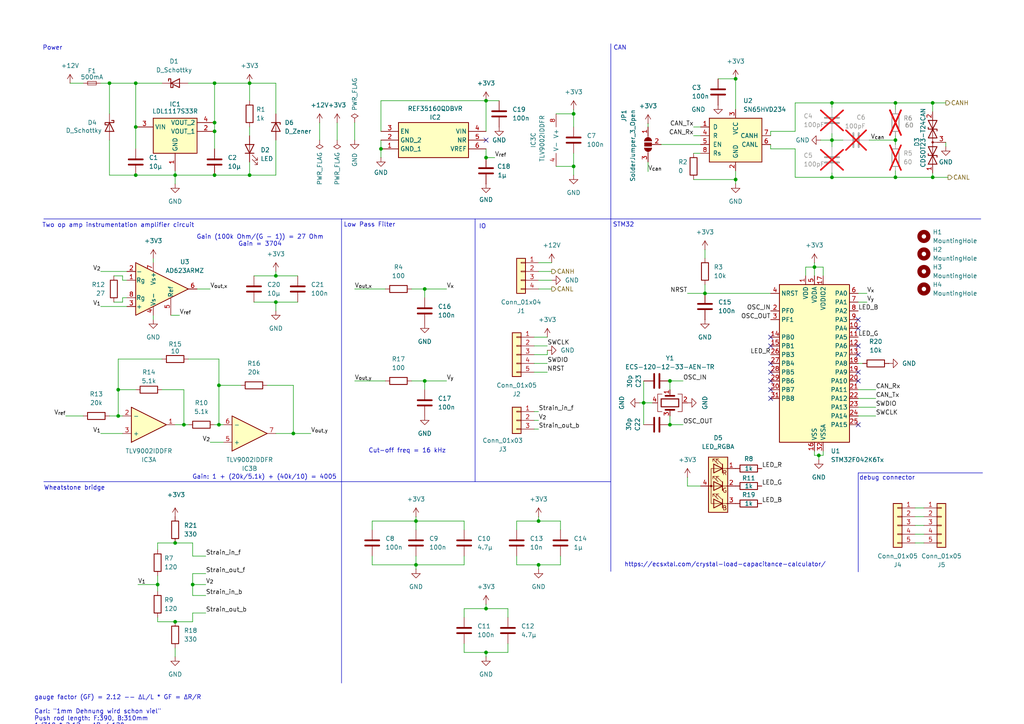
<source format=kicad_sch>
(kicad_sch
	(version 20231120)
	(generator "eeschema")
	(generator_version "8.0")
	(uuid "f8b6600d-b868-4177-9a19-9d3ea5a7ab39")
	(paper "A4")
	
	(junction
		(at 110.49 43.18)
		(diameter 0)
		(color 0 0 0 0)
		(uuid "0113b979-ae6c-4a78-addd-dd9086cd4f25")
	)
	(junction
		(at 120.65 163.83)
		(diameter 0)
		(color 0 0 0 0)
		(uuid "02636ae5-f5e7-48bf-a0d1-c67c747587fa")
	)
	(junction
		(at 237.49 132.08)
		(diameter 0)
		(color 0 0 0 0)
		(uuid "05fcef2d-9dc5-4eef-a6b3-cb266273c987")
	)
	(junction
		(at 62.23 50.8)
		(diameter 0)
		(color 0 0 0 0)
		(uuid "1274ab03-0e54-47dc-a354-b50c482e6800")
	)
	(junction
		(at 270.51 29.845)
		(diameter 0)
		(color 0 0 0 0)
		(uuid "18aab0ba-466c-44b3-ab6f-6a1ed7fe0afe")
	)
	(junction
		(at 39.37 36.83)
		(diameter 0)
		(color 0 0 0 0)
		(uuid "18f22e87-554e-4295-b07b-eb273fe0a1db")
	)
	(junction
		(at 72.39 24.13)
		(diameter 0)
		(color 0 0 0 0)
		(uuid "1c558620-1a98-420b-9444-5ad7f0359b56")
	)
	(junction
		(at 140.97 176.53)
		(diameter 0)
		(color 0 0 0 0)
		(uuid "2068c275-be4a-4ddc-9370-0aa09735babc")
	)
	(junction
		(at 123.19 83.82)
		(diameter 0)
		(color 0 0 0 0)
		(uuid "223cd497-0b94-4d9c-b5e2-168862fd1218")
	)
	(junction
		(at 34.29 120.65)
		(diameter 0)
		(color 0 0 0 0)
		(uuid "24aba9f3-f4f4-4ee6-ab2b-0e2d18dc1c91")
	)
	(junction
		(at 50.8 180.34)
		(diameter 0)
		(color 0 0 0 0)
		(uuid "288f8500-7136-4368-9446-c91c1c33d5b9")
	)
	(junction
		(at 166.37 33.02)
		(diameter 0)
		(color 0 0 0 0)
		(uuid "29218050-3368-4a17-8156-6fcbcb4a527e")
	)
	(junction
		(at 166.37 48.26)
		(diameter 0)
		(color 0 0 0 0)
		(uuid "2f1e8d12-9fdf-4e3d-bd45-b7179341855c")
	)
	(junction
		(at 80.01 80.01)
		(diameter 0)
		(color 0 0 0 0)
		(uuid "2f694dea-cdc4-4dfb-a794-277657627dce")
	)
	(junction
		(at 213.36 22.86)
		(diameter 0)
		(color 0 0 0 0)
		(uuid "2f9f5215-e82d-4a84-b692-9090a2e3a715")
	)
	(junction
		(at 63.5 123.19)
		(diameter 0)
		(color 0 0 0 0)
		(uuid "388b71f3-24b5-42d6-b85e-811513639d97")
	)
	(junction
		(at 62.23 24.13)
		(diameter 0)
		(color 0 0 0 0)
		(uuid "3b3fd521-b43f-4ec9-a61a-bdad4bca688c")
	)
	(junction
		(at 120.65 151.13)
		(diameter 0)
		(color 0 0 0 0)
		(uuid "3f2f3144-da7f-4ef0-bea4-5b0d0d13fd1b")
	)
	(junction
		(at 85.09 125.73)
		(diameter 0)
		(color 0 0 0 0)
		(uuid "3f854f6e-057c-4835-a4df-3fc3838b8305")
	)
	(junction
		(at 34.29 113.03)
		(diameter 0)
		(color 0 0 0 0)
		(uuid "41269feb-ab3e-4360-86bb-de4dc59898c8")
	)
	(junction
		(at 50.8 157.48)
		(diameter 0)
		(color 0 0 0 0)
		(uuid "42578307-91be-4b18-bd8b-b3c4fd4a5a83")
	)
	(junction
		(at 62.23 38.1)
		(diameter 0)
		(color 0 0 0 0)
		(uuid "44c8823b-28ac-4513-9c88-389e5aa2a3b3")
	)
	(junction
		(at 39.37 50.8)
		(diameter 0)
		(color 0 0 0 0)
		(uuid "47ba72a5-4248-4eb6-8c32-01d0c37386c2")
	)
	(junction
		(at 204.47 85.09)
		(diameter 0)
		(color 0 0 0 0)
		(uuid "4a3f6074-2441-4dbb-9060-1f6521322b69")
	)
	(junction
		(at 53.34 123.19)
		(diameter 0)
		(color 0 0 0 0)
		(uuid "50948dc7-93c0-465d-ab1a-1db88ebb8594")
	)
	(junction
		(at 39.37 24.13)
		(diameter 0)
		(color 0 0 0 0)
		(uuid "53ddbd20-4971-4223-9330-8998a94ec2be")
	)
	(junction
		(at 241.3 40.64)
		(diameter 0)
		(color 0 0 0 0)
		(uuid "59324dc7-0930-4c87-a34c-04356d262356")
	)
	(junction
		(at 45.72 169.545)
		(diameter 0)
		(color 0 0 0 0)
		(uuid "59ef493a-90c8-487f-83e0-d3eb3e5f62f2")
	)
	(junction
		(at 140.97 45.72)
		(diameter 0)
		(color 0 0 0 0)
		(uuid "5bf45bd7-2a16-40d0-a149-2850a8188caa")
	)
	(junction
		(at 123.19 110.49)
		(diameter 0)
		(color 0 0 0 0)
		(uuid "604244db-04ca-4606-9a06-feac5a699bb3")
	)
	(junction
		(at 156.21 163.83)
		(diameter 0)
		(color 0 0 0 0)
		(uuid "608c0f87-740b-421b-b82b-596682e21913")
	)
	(junction
		(at 50.8 50.8)
		(diameter 0)
		(color 0 0 0 0)
		(uuid "6574a473-b1d9-470d-80ee-9fdf3fb4b41f")
	)
	(junction
		(at 31.75 24.13)
		(diameter 0)
		(color 0 0 0 0)
		(uuid "714a975b-3475-4259-948c-c306fb6e4177")
	)
	(junction
		(at 186.69 116.84)
		(diameter 0)
		(color 0 0 0 0)
		(uuid "764fcdba-d25d-4eee-915c-52e0c14de4df")
	)
	(junction
		(at 241.3 51.435)
		(diameter 0)
		(color 0 0 0 0)
		(uuid "8cddb896-25c8-45c4-9da8-9f4a22485cb6")
	)
	(junction
		(at 80.01 87.63)
		(diameter 0)
		(color 0 0 0 0)
		(uuid "8f88ce5c-bbe4-4933-92ad-0970284a6b45")
	)
	(junction
		(at 140.97 29.21)
		(diameter 0)
		(color 0 0 0 0)
		(uuid "90a85d0d-9be5-42b6-bf79-6111eb7d6e3d")
	)
	(junction
		(at 259.715 40.64)
		(diameter 0)
		(color 0 0 0 0)
		(uuid "971428a6-e6a3-428e-8996-3365e1415a7a")
	)
	(junction
		(at 156.21 151.13)
		(diameter 0)
		(color 0 0 0 0)
		(uuid "99845d11-7ec7-464f-9f0f-482eae093d4c")
	)
	(junction
		(at 140.97 189.23)
		(diameter 0)
		(color 0 0 0 0)
		(uuid "9e232b2f-2ab0-468b-9669-f57663f79ef7")
	)
	(junction
		(at 241.3 29.845)
		(diameter 0)
		(color 0 0 0 0)
		(uuid "affa2bdb-72df-41b6-9386-ac5839bc4c33")
	)
	(junction
		(at 55.88 169.545)
		(diameter 0)
		(color 0 0 0 0)
		(uuid "d06d7824-d899-492a-ae35-415b3eebf14b")
	)
	(junction
		(at 270.51 51.435)
		(diameter 0)
		(color 0 0 0 0)
		(uuid "dbe45813-95eb-48d7-81a3-962cd7ddbc04")
	)
	(junction
		(at 194.31 123.19)
		(diameter 0)
		(color 0 0 0 0)
		(uuid "debe2676-f69a-452d-8128-8a931bbd7b9e")
	)
	(junction
		(at 72.39 50.8)
		(diameter 0)
		(color 0 0 0 0)
		(uuid "e05dcd12-26d0-4f21-b15d-3699451334e4")
	)
	(junction
		(at 236.22 77.47)
		(diameter 0)
		(color 0 0 0 0)
		(uuid "e308ba93-7af4-45c6-a51f-d4d9b8d7cb7b")
	)
	(junction
		(at 213.36 52.07)
		(diameter 0)
		(color 0 0 0 0)
		(uuid "ec86ed57-28f2-494f-8bd7-d1859c4d7aeb")
	)
	(junction
		(at 259.715 29.845)
		(diameter 0)
		(color 0 0 0 0)
		(uuid "f22c6796-88a6-4583-b5fb-10286df5dff5")
	)
	(junction
		(at 259.715 51.435)
		(diameter 0)
		(color 0 0 0 0)
		(uuid "f59fe935-3d90-45db-bf79-550fe3a27049")
	)
	(junction
		(at 63.5 111.76)
		(diameter 0)
		(color 0 0 0 0)
		(uuid "f9ab6fc7-b12d-4eff-8086-0a272832ba90")
	)
	(junction
		(at 62.23 35.56)
		(diameter 0)
		(color 0 0 0 0)
		(uuid "fab02c0a-ce37-40a3-b016-902294032dec")
	)
	(junction
		(at 194.31 110.49)
		(diameter 0)
		(color 0 0 0 0)
		(uuid "fffb8a15-a344-4a78-8726-789c7b35a907")
	)
	(no_connect
		(at 248.92 107.95)
		(uuid "011e21b3-b88d-48a0-9d5e-c901bd666664")
	)
	(no_connect
		(at 248.92 102.87)
		(uuid "2e3f0ee1-7a11-4d5f-abfb-ffde1fad48ac")
	)
	(no_connect
		(at 223.52 113.03)
		(uuid "2ede7cc2-78d5-47d6-b6af-42ea85599657")
	)
	(no_connect
		(at 223.52 115.57)
		(uuid "33239636-17ee-403d-bbe5-ec6da1679696")
	)
	(no_connect
		(at 223.52 97.79)
		(uuid "3de57669-5315-4a25-a8eb-0ee6f377387a")
	)
	(no_connect
		(at 140.97 40.64)
		(uuid "54644852-1250-4726-9ec8-ada8de9d6f35")
	)
	(no_connect
		(at 223.52 100.33)
		(uuid "762b8d8d-a8ca-4b3e-8ff7-bbd012e14687")
	)
	(no_connect
		(at 223.52 110.49)
		(uuid "8f3bee3f-f5af-4283-8b8a-3e17e52ad6d1")
	)
	(no_connect
		(at 248.92 92.71)
		(uuid "978aebbd-ccf9-43d0-aea5-fd0c751587c1")
	)
	(no_connect
		(at 248.92 110.49)
		(uuid "9dda198c-30f3-494f-8d56-3ca5ea66041e")
	)
	(no_connect
		(at 248.92 95.25)
		(uuid "b8233062-00c3-4336-b76d-bc355acc5921")
	)
	(no_connect
		(at 248.92 100.33)
		(uuid "bf95490b-5f80-4b63-9514-be8f71732242")
	)
	(no_connect
		(at 223.52 105.41)
		(uuid "d430a219-39ed-4a59-9bd6-bff0f7928992")
	)
	(no_connect
		(at 223.52 107.95)
		(uuid "fe44cb1b-97b2-43e8-9eb7-b332eb0062c4")
	)
	(no_connect
		(at 248.92 123.19)
		(uuid "fff99822-a65f-4e72-9759-c772dadeb206")
	)
	(wire
		(pts
			(xy 52.07 91.44) (xy 49.53 91.44)
		)
		(stroke
			(width 0)
			(type default)
		)
		(uuid "002b569b-193c-4073-9b83-093fc57c216c")
	)
	(wire
		(pts
			(xy 80.01 87.63) (xy 80.01 90.17)
		)
		(stroke
			(width 0)
			(type default)
		)
		(uuid "013202b2-a727-4751-ade1-1dc6256e77e0")
	)
	(wire
		(pts
			(xy 63.5 123.19) (xy 64.77 123.19)
		)
		(stroke
			(width 0)
			(type default)
		)
		(uuid "03cf31f4-a89b-4b47-834e-cb316a079ae8")
	)
	(wire
		(pts
			(xy 29.21 88.9) (xy 36.83 88.9)
		)
		(stroke
			(width 0)
			(type default)
		)
		(uuid "03e40dc0-7d1c-4bd7-ad66-c72d428e8588")
	)
	(wire
		(pts
			(xy 31.75 24.13) (xy 39.37 24.13)
		)
		(stroke
			(width 0)
			(type default)
		)
		(uuid "05c21496-2040-4273-bc27-cd6a300b478b")
	)
	(wire
		(pts
			(xy 62.23 50.8) (xy 50.8 50.8)
		)
		(stroke
			(width 0)
			(type default)
		)
		(uuid "063bad33-447b-4eec-8a86-60eb22fc1ae6")
	)
	(polyline
		(pts
			(xy 12.7 63.5) (xy 99.06 63.5)
		)
		(stroke
			(width 0)
			(type default)
		)
		(uuid "06e5fcf3-7a79-456b-9e2f-585370566cb8")
	)
	(wire
		(pts
			(xy 156.21 83.82) (xy 160.02 83.82)
		)
		(stroke
			(width 0)
			(type default)
		)
		(uuid "06f863bd-09fb-404b-bb84-6d24da4bced6")
	)
	(wire
		(pts
			(xy 161.29 48.26) (xy 166.37 48.26)
		)
		(stroke
			(width 0)
			(type default)
		)
		(uuid "081c33e7-32e7-47ea-ae00-fd4f7389becf")
	)
	(wire
		(pts
			(xy 63.5 111.76) (xy 63.5 104.14)
		)
		(stroke
			(width 0)
			(type default)
		)
		(uuid "0836748d-ddae-4121-b54f-6f77c7a22eff")
	)
	(wire
		(pts
			(xy 241.3 51.435) (xy 259.715 51.435)
		)
		(stroke
			(width 0)
			(type default)
		)
		(uuid "095b1cd1-9a0c-4002-89f1-b5b2cdd36522")
	)
	(wire
		(pts
			(xy 73.66 80.01) (xy 80.01 80.01)
		)
		(stroke
			(width 0)
			(type default)
		)
		(uuid "0c68411c-5b64-4939-8271-dafc20811513")
	)
	(wire
		(pts
			(xy 201.168 52.07) (xy 213.36 52.07)
		)
		(stroke
			(width 0)
			(type default)
		)
		(uuid "0c911aa3-c435-499e-9389-99cf5d2b2b9c")
	)
	(wire
		(pts
			(xy 147.32 189.23) (xy 147.32 186.69)
		)
		(stroke
			(width 0)
			(type default)
		)
		(uuid "0ce8dfc3-b7e4-4e1d-a601-2339048041c9")
	)
	(wire
		(pts
			(xy 241.427 29.845) (xy 241.427 29.718)
		)
		(stroke
			(width 0)
			(type default)
		)
		(uuid "0d4194ca-3726-4e15-8ee1-5df1bbd9cf3e")
	)
	(wire
		(pts
			(xy 44.45 74.93) (xy 44.45 76.2)
		)
		(stroke
			(width 0)
			(type default)
		)
		(uuid "0ddf33d9-33e6-4e10-af48-91607963e200")
	)
	(wire
		(pts
			(xy 140.97 45.72) (xy 140.97 43.18)
		)
		(stroke
			(width 0)
			(type default)
		)
		(uuid "0e059004-e4c6-443c-9ae9-d824401392f4")
	)
	(wire
		(pts
			(xy 204.47 72.39) (xy 204.47 74.93)
		)
		(stroke
			(width 0)
			(type default)
		)
		(uuid "0e1d89c7-9f47-4922-a602-fc1e86b0b19e")
	)
	(wire
		(pts
			(xy 201.168 36.83) (xy 203.2 36.83)
		)
		(stroke
			(width 0)
			(type default)
		)
		(uuid "0f5537fc-d328-4fd1-a1a3-1f83bddc76ec")
	)
	(wire
		(pts
			(xy 134.62 176.53) (xy 140.97 176.53)
		)
		(stroke
			(width 0)
			(type default)
		)
		(uuid "0f88d33a-72a9-4f30-aad1-8ffc47253642")
	)
	(wire
		(pts
			(xy 45.72 180.34) (xy 45.72 179.07)
		)
		(stroke
			(width 0)
			(type default)
		)
		(uuid "104e6e70-864a-4e5b-8b3e-6f752188f023")
	)
	(wire
		(pts
			(xy 59.69 161.29) (xy 55.88 161.29)
		)
		(stroke
			(width 0)
			(type default)
		)
		(uuid "126bc45f-61a2-4403-bafb-b98dd6e9be2e")
	)
	(wire
		(pts
			(xy 85.09 111.76) (xy 77.47 111.76)
		)
		(stroke
			(width 0)
			(type default)
		)
		(uuid "12c70ed5-7a7c-4673-977a-9074d9ae907f")
	)
	(wire
		(pts
			(xy 254 115.57) (xy 248.92 115.57)
		)
		(stroke
			(width 0)
			(type default)
		)
		(uuid "12dcbea1-3261-4fd0-8e4c-9bcdcdf9fa51")
	)
	(wire
		(pts
			(xy 55.88 177.8) (xy 55.88 180.34)
		)
		(stroke
			(width 0)
			(type default)
		)
		(uuid "1310dc17-41e6-4dea-9c15-cdb66a7a83da")
	)
	(wire
		(pts
			(xy 213.36 31.75) (xy 213.36 22.86)
		)
		(stroke
			(width 0)
			(type default)
		)
		(uuid "132dced9-bc89-44e4-8110-c9eadfa7c1e2")
	)
	(wire
		(pts
			(xy 107.95 153.67) (xy 107.95 151.13)
		)
		(stroke
			(width 0)
			(type default)
		)
		(uuid "15d351c6-00b0-40fb-9381-1f23c8a35151")
	)
	(wire
		(pts
			(xy 251.46 87.63) (xy 248.92 87.63)
		)
		(stroke
			(width 0)
			(type default)
		)
		(uuid "162f05f0-fdcb-4cf3-bc7b-82a0fb4dc163")
	)
	(wire
		(pts
			(xy 241.3 50.165) (xy 241.3 51.435)
		)
		(stroke
			(width 0)
			(type default)
		)
		(uuid "17c80241-ad75-4b36-b401-7697b6679a17")
	)
	(wire
		(pts
			(xy 186.69 116.84) (xy 189.23 116.84)
		)
		(stroke
			(width 0)
			(type default)
		)
		(uuid "18b95f29-5d3b-46e1-8278-34a9eb73cf73")
	)
	(wire
		(pts
			(xy 46.99 104.14) (xy 34.29 104.14)
		)
		(stroke
			(width 0)
			(type default)
		)
		(uuid "18db34b7-9ad5-4c45-ac7a-de65e5b10f34")
	)
	(wire
		(pts
			(xy 267.97 154.94) (xy 265.43 154.94)
		)
		(stroke
			(width 0)
			(type default)
		)
		(uuid "19f47de0-79b3-4420-8974-17818dc70da7")
	)
	(wire
		(pts
			(xy 72.39 46.99) (xy 72.39 50.8)
		)
		(stroke
			(width 0)
			(type default)
		)
		(uuid "1b596011-c73a-4822-b798-5a4033510421")
	)
	(wire
		(pts
			(xy 72.39 36.83) (xy 72.39 39.37)
		)
		(stroke
			(width 0)
			(type default)
		)
		(uuid "1c9b533d-b6b0-407d-8e84-162db6022663")
	)
	(wire
		(pts
			(xy 63.5 123.19) (xy 63.5 111.76)
		)
		(stroke
			(width 0)
			(type default)
		)
		(uuid "1cc1dde3-b26c-4361-bdb5-58652f848fe0")
	)
	(wire
		(pts
			(xy 213.36 52.07) (xy 213.36 53.34)
		)
		(stroke
			(width 0)
			(type default)
		)
		(uuid "1d89fe2c-9548-43c0-8776-e2e7dcdbf91b")
	)
	(wire
		(pts
			(xy 161.29 33.02) (xy 166.37 33.02)
		)
		(stroke
			(width 0)
			(type default)
		)
		(uuid "1da83e8d-ae21-43b8-9f85-7dcd00fa8c0e")
	)
	(polyline
		(pts
			(xy 99.06 63.5) (xy 99.06 198.12)
		)
		(stroke
			(width 0)
			(type default)
		)
		(uuid "1e150bea-a095-4860-8a7f-d8499367ddbc")
	)
	(wire
		(pts
			(xy 248.92 105.41) (xy 250.19 105.41)
		)
		(stroke
			(width 0)
			(type default)
		)
		(uuid "1ed35ed8-bfa9-42bc-8e68-7dc6f3016af2")
	)
	(wire
		(pts
			(xy 50.8 190.5) (xy 50.8 187.96)
		)
		(stroke
			(width 0)
			(type default)
		)
		(uuid "1f0fd03f-62bf-47d9-bd89-f8ec9779224d")
	)
	(wire
		(pts
			(xy 233.68 80.01) (xy 233.68 77.47)
		)
		(stroke
			(width 0)
			(type default)
		)
		(uuid "1f8a2569-8cf7-48fa-a888-7b62e6816d99")
	)
	(wire
		(pts
			(xy 241.3 40.64) (xy 244.475 40.64)
		)
		(stroke
			(width 0)
			(type default)
		)
		(uuid "204fd81c-f2a0-45b9-8a27-e13ae4452fcb")
	)
	(wire
		(pts
			(xy 194.31 120.65) (xy 194.31 123.19)
		)
		(stroke
			(width 0)
			(type default)
		)
		(uuid "20a69bd0-a796-4da6-acdc-21a226c20127")
	)
	(wire
		(pts
			(xy 236.22 130.81) (xy 236.22 132.08)
		)
		(stroke
			(width 0)
			(type default)
		)
		(uuid "20e58788-9604-4f53-88a5-e6c489e75ae9")
	)
	(polyline
		(pts
			(xy 284.988 137.16) (xy 248.92 137.16)
		)
		(stroke
			(width 0)
			(type default)
		)
		(uuid "2305da3a-3bce-47a9-a092-7aebf0142460")
	)
	(polyline
		(pts
			(xy 99.06 139.7) (xy 177.165 139.7)
		)
		(stroke
			(width 0)
			(type default)
		)
		(uuid "23e43f90-4bda-4fa4-b933-7c5db8a8469a")
	)
	(wire
		(pts
			(xy 237.49 132.08) (xy 237.49 133.35)
		)
		(stroke
			(width 0)
			(type default)
		)
		(uuid "2421dcc1-b121-49f1-b83b-336e60dc130c")
	)
	(polyline
		(pts
			(xy 12.7 139.7) (xy 99.06 139.7)
		)
		(stroke
			(width 0)
			(type default)
		)
		(uuid "254fb170-8939-4346-b737-b2bf1807eac8")
	)
	(polyline
		(pts
			(xy 137.795 63.5) (xy 137.795 139.7)
		)
		(stroke
			(width 0)
			(type default)
		)
		(uuid "27a048a3-84ac-437a-a594-4a1fabeb99d0")
	)
	(wire
		(pts
			(xy 259.715 40.64) (xy 259.715 41.91)
		)
		(stroke
			(width 0)
			(type default)
		)
		(uuid "2947efbf-9a51-4392-94c7-5d2a2ad047ef")
	)
	(wire
		(pts
			(xy 140.97 29.21) (xy 140.97 38.1)
		)
		(stroke
			(width 0)
			(type default)
		)
		(uuid "2a159aeb-a156-4079-a8ad-68f07053ab08")
	)
	(wire
		(pts
			(xy 194.31 123.19) (xy 198.12 123.19)
		)
		(stroke
			(width 0)
			(type default)
		)
		(uuid "2a2292a9-2ad3-484e-8de6-a6d4f546661e")
	)
	(wire
		(pts
			(xy 248.92 120.65) (xy 254 120.65)
		)
		(stroke
			(width 0)
			(type default)
		)
		(uuid "2a5c6140-b454-4238-b3fa-bb175a7686ed")
	)
	(wire
		(pts
			(xy 140.97 176.53) (xy 147.32 176.53)
		)
		(stroke
			(width 0)
			(type default)
		)
		(uuid "2aa0ce68-9b67-44e5-908a-2a133d53b282")
	)
	(wire
		(pts
			(xy 267.97 147.32) (xy 265.43 147.32)
		)
		(stroke
			(width 0)
			(type default)
		)
		(uuid "2c6d7c59-bee0-4b60-9990-1b15fc142b58")
	)
	(wire
		(pts
			(xy 156.21 78.74) (xy 160.02 78.74)
		)
		(stroke
			(width 0)
			(type default)
		)
		(uuid "2c7568ad-643d-467a-87f3-08f0b73f8fa5")
	)
	(wire
		(pts
			(xy 259.715 39.37) (xy 259.715 40.64)
		)
		(stroke
			(width 0)
			(type default)
		)
		(uuid "2e17b979-0001-4a6f-a7e5-7a9f3e1a7b72")
	)
	(wire
		(pts
			(xy 166.37 33.02) (xy 166.37 36.83)
		)
		(stroke
			(width 0)
			(type default)
		)
		(uuid "316adbd1-99a5-4633-92c3-0703f8c8bd1c")
	)
	(wire
		(pts
			(xy 29.21 24.13) (xy 31.75 24.13)
		)
		(stroke
			(width 0)
			(type default)
		)
		(uuid "320c7e1c-3303-429d-9c0f-1a1fd378a2d8")
	)
	(wire
		(pts
			(xy 72.39 24.13) (xy 80.01 24.13)
		)
		(stroke
			(width 0)
			(type default)
		)
		(uuid "32501b11-7f5e-40fb-ae05-6e80de7aee01")
	)
	(wire
		(pts
			(xy 110.49 43.18) (xy 110.49 45.72)
		)
		(stroke
			(width 0)
			(type default)
		)
		(uuid "34a34465-7d06-400d-89a3-97e65bf7805c")
	)
	(polyline
		(pts
			(xy 177.165 63.5) (xy 177.165 165.735)
		)
		(stroke
			(width 0)
			(type default)
		)
		(uuid "3583523b-d8a5-474d-b216-275e019db74c")
	)
	(wire
		(pts
			(xy 267.97 152.4) (xy 265.43 152.4)
		)
		(stroke
			(width 0)
			(type default)
		)
		(uuid "3743591e-f91f-48e3-a407-f4c60aff1b04")
	)
	(wire
		(pts
			(xy 230.632 43.18) (xy 230.632 51.435)
		)
		(stroke
			(width 0)
			(type default)
		)
		(uuid "376f7c79-f0cd-4f85-952f-0208b2c2461c")
	)
	(wire
		(pts
			(xy 120.65 165.1) (xy 120.65 163.83)
		)
		(stroke
			(width 0)
			(type default)
		)
		(uuid "387a082b-1d5e-4623-a1a5-eec1ea844f5b")
	)
	(wire
		(pts
			(xy 119.38 110.49) (xy 123.19 110.49)
		)
		(stroke
			(width 0)
			(type default)
		)
		(uuid "395bd3a4-1bf8-4d77-9408-13505797f4f2")
	)
	(wire
		(pts
			(xy 62.23 24.13) (xy 54.61 24.13)
		)
		(stroke
			(width 0)
			(type default)
		)
		(uuid "41aedd68-caa4-4647-9016-9a536f40f869")
	)
	(wire
		(pts
			(xy 120.65 149.86) (xy 120.65 151.13)
		)
		(stroke
			(width 0)
			(type default)
		)
		(uuid "42db72ac-9a9b-483f-a4a0-b25ba839651d")
	)
	(wire
		(pts
			(xy 223.52 43.18) (xy 223.52 41.91)
		)
		(stroke
			(width 0)
			(type default)
		)
		(uuid "44458fcf-e717-42b4-94b6-f699e6aa5e32")
	)
	(wire
		(pts
			(xy 140.97 29.21) (xy 110.49 29.21)
		)
		(stroke
			(width 0)
			(type default)
		)
		(uuid "44c6a455-dd4f-4ebd-b1ce-a92d37a79308")
	)
	(wire
		(pts
			(xy 102.87 35.56) (xy 102.87 40.64)
		)
		(stroke
			(width 0)
			(type default)
		)
		(uuid "458519c6-0720-4a49-833a-c96c73d72eb0")
	)
	(wire
		(pts
			(xy 236.22 77.47) (xy 236.22 80.01)
		)
		(stroke
			(width 0)
			(type default)
		)
		(uuid "45c90e8a-1aa0-4034-8542-7a75d95d084b")
	)
	(wire
		(pts
			(xy 120.65 151.13) (xy 120.65 153.67)
		)
		(stroke
			(width 0)
			(type default)
		)
		(uuid "46026f39-bfc0-48e8-9cd9-a4bf4fdcc719")
	)
	(polyline
		(pts
			(xy 248.92 137.16) (xy 248.92 165.862)
		)
		(stroke
			(width 0)
			(type default)
		)
		(uuid "48f17dde-bbbb-4bf9-aa53-a178fb876f5a")
	)
	(wire
		(pts
			(xy 270.51 29.845) (xy 259.715 29.845)
		)
		(stroke
			(width 0)
			(type default)
		)
		(uuid "4a396bcf-66e8-42da-aa9e-3f91156ead46")
	)
	(wire
		(pts
			(xy 270.51 29.845) (xy 274.32 29.845)
		)
		(stroke
			(width 0)
			(type default)
		)
		(uuid "4c97ac6d-ea4d-4a2b-8525-c847bb0f6b09")
	)
	(wire
		(pts
			(xy 166.37 31.75) (xy 166.37 33.02)
		)
		(stroke
			(width 0)
			(type default)
		)
		(uuid "4f322e14-60a3-4a93-8244-9fe62a5955d8")
	)
	(wire
		(pts
			(xy 149.86 153.67) (xy 149.86 151.13)
		)
		(stroke
			(width 0)
			(type default)
		)
		(uuid "4f82ae54-76dd-4469-8cca-35c95bf773b1")
	)
	(wire
		(pts
			(xy 236.22 76.2) (xy 236.22 77.47)
		)
		(stroke
			(width 0)
			(type default)
		)
		(uuid "4fa41436-6c9c-4b65-a2a8-5bb7d5784ac1")
	)
	(wire
		(pts
			(xy 102.87 110.49) (xy 111.76 110.49)
		)
		(stroke
			(width 0)
			(type default)
		)
		(uuid "51701b02-f6f0-4f68-bb72-821ae710d19e")
	)
	(wire
		(pts
			(xy 59.69 166.37) (xy 55.88 166.37)
		)
		(stroke
			(width 0)
			(type default)
		)
		(uuid "52b87047-26a9-49db-a9cc-881d5fe05a50")
	)
	(wire
		(pts
			(xy 134.62 186.69) (xy 134.62 189.23)
		)
		(stroke
			(width 0)
			(type default)
		)
		(uuid "56305bf8-57df-4d27-a8a6-6dbf45a25735")
	)
	(wire
		(pts
			(xy 45.72 159.385) (xy 45.72 157.48)
		)
		(stroke
			(width 0)
			(type default)
		)
		(uuid "58e81686-c857-4470-9f9b-398e8947ff08")
	)
	(wire
		(pts
			(xy 55.88 157.48) (xy 55.88 161.29)
		)
		(stroke
			(width 0)
			(type default)
		)
		(uuid "59c5f239-b5dc-406d-8feb-3e00fafd875f")
	)
	(wire
		(pts
			(xy 34.29 104.14) (xy 34.29 113.03)
		)
		(stroke
			(width 0)
			(type default)
		)
		(uuid "5a90dbde-0c42-4db1-94cf-3b93b58dc984")
	)
	(wire
		(pts
			(xy 73.66 87.63) (xy 80.01 87.63)
		)
		(stroke
			(width 0)
			(type default)
		)
		(uuid "5a978922-2244-4610-9ed1-7c8eec8787e6")
	)
	(wire
		(pts
			(xy 31.75 50.8) (xy 39.37 50.8)
		)
		(stroke
			(width 0)
			(type default)
		)
		(uuid "5c28fc97-a1c5-41d5-9085-2d9a73743a48")
	)
	(wire
		(pts
			(xy 123.19 83.82) (xy 123.19 86.36)
		)
		(stroke
			(width 0)
			(type default)
		)
		(uuid "5fa5515f-3b69-45c9-a7bc-56aa165bc91e")
	)
	(polyline
		(pts
			(xy 177.165 12.7) (xy 177.165 63.5)
		)
		(stroke
			(width 0)
			(type default)
		)
		(uuid "5fde731f-f99b-4659-a2f3-bd2cb335181c")
	)
	(wire
		(pts
			(xy 162.56 163.83) (xy 162.56 161.29)
		)
		(stroke
			(width 0)
			(type default)
		)
		(uuid "603e02e8-c534-4655-9ed6-49e53ae53953")
	)
	(wire
		(pts
			(xy 166.37 50.8) (xy 166.37 48.26)
		)
		(stroke
			(width 0)
			(type default)
		)
		(uuid "62352196-4480-4212-8a52-04c71f663fdd")
	)
	(wire
		(pts
			(xy 267.97 157.48) (xy 265.43 157.48)
		)
		(stroke
			(width 0)
			(type default)
		)
		(uuid "641d4a75-3097-4105-ae3d-091137ec1391")
	)
	(wire
		(pts
			(xy 62.23 24.13) (xy 62.23 35.56)
		)
		(stroke
			(width 0)
			(type default)
		)
		(uuid "6465069e-f1b2-4ecf-abe7-df549e3e25a1")
	)
	(wire
		(pts
			(xy 147.32 176.53) (xy 147.32 179.07)
		)
		(stroke
			(width 0)
			(type default)
		)
		(uuid "6472004c-be6b-4848-8e8a-041d61a50214")
	)
	(wire
		(pts
			(xy 238.76 132.08) (xy 238.76 130.81)
		)
		(stroke
			(width 0)
			(type default)
		)
		(uuid "6635867c-6b9d-4c26-b2e0-1eefc19f35f7")
	)
	(wire
		(pts
			(xy 156.21 149.86) (xy 156.21 151.13)
		)
		(stroke
			(width 0)
			(type default)
		)
		(uuid "6712d1cb-8cf1-4415-b264-38dbf2baae3e")
	)
	(wire
		(pts
			(xy 140.97 189.23) (xy 147.32 189.23)
		)
		(stroke
			(width 0)
			(type default)
		)
		(uuid "68311f9e-2b8a-4029-87e1-b828b957f949")
	)
	(wire
		(pts
			(xy 97.79 35.56) (xy 97.79 40.64)
		)
		(stroke
			(width 0)
			(type default)
		)
		(uuid "68e80d02-30bb-4992-9645-88a83eb28be3")
	)
	(wire
		(pts
			(xy 156.21 163.83) (xy 156.21 165.1)
		)
		(stroke
			(width 0)
			(type default)
		)
		(uuid "6941a1e4-fde9-4a22-b2b1-5d20bab42043")
	)
	(wire
		(pts
			(xy 110.49 29.21) (xy 110.49 38.1)
		)
		(stroke
			(width 0)
			(type default)
		)
		(uuid "69867d43-771f-44ed-bb50-f0c1a9a8fab1")
	)
	(wire
		(pts
			(xy 252.095 40.64) (xy 259.715 40.64)
		)
		(stroke
			(width 0)
			(type default)
		)
		(uuid "6a0e5d92-3f24-43ef-bf9b-bba4c8446950")
	)
	(wire
		(pts
			(xy 120.65 151.13) (xy 134.62 151.13)
		)
		(stroke
			(width 0)
			(type default)
		)
		(uuid "6a550cd0-8dec-453e-9042-14232bad69d6")
	)
	(wire
		(pts
			(xy 35.56 86.36) (xy 35.56 87.63)
		)
		(stroke
			(width 0)
			(type default)
		)
		(uuid "6beb2020-51ba-4481-9706-ab078667471b")
	)
	(wire
		(pts
			(xy 45.72 180.34) (xy 50.8 180.34)
		)
		(stroke
			(width 0)
			(type default)
		)
		(uuid "6c474314-fa19-40b6-a695-89e688a77dff")
	)
	(wire
		(pts
			(xy 204.47 85.09) (xy 223.52 85.09)
		)
		(stroke
			(width 0)
			(type default)
		)
		(uuid "6ca2ac6f-9e69-45f6-b007-3bbaecaab6e1")
	)
	(wire
		(pts
			(xy 72.39 24.13) (xy 72.39 29.21)
		)
		(stroke
			(width 0)
			(type default)
		)
		(uuid "6caa099b-59f8-486a-a4c0-0f89ef07f236")
	)
	(wire
		(pts
			(xy 80.01 78.74) (xy 80.01 80.01)
		)
		(stroke
			(width 0)
			(type default)
		)
		(uuid "6d415676-f979-4482-8439-1f97d9dbc1ff")
	)
	(wire
		(pts
			(xy 156.21 76.2) (xy 160.02 76.2)
		)
		(stroke
			(width 0)
			(type default)
		)
		(uuid "6f701bce-adad-4582-950d-25e5c2e53447")
	)
	(wire
		(pts
			(xy 55.88 169.545) (xy 59.69 169.545)
		)
		(stroke
			(width 0)
			(type default)
		)
		(uuid "709acf9a-fbdb-47fb-86df-0790a9b9d70f")
	)
	(wire
		(pts
			(xy 237.998 40.64) (xy 241.3 40.64)
		)
		(stroke
			(width 0)
			(type default)
		)
		(uuid "7238d858-9da9-45c0-9213-e59184585788")
	)
	(wire
		(pts
			(xy 19.05 120.65) (xy 24.13 120.65)
		)
		(stroke
			(width 0)
			(type default)
		)
		(uuid "75710b30-e851-4223-901d-6c6410da5559")
	)
	(wire
		(pts
			(xy 85.09 125.73) (xy 85.09 111.76)
		)
		(stroke
			(width 0)
			(type default)
		)
		(uuid "759e8376-ca0f-49fe-a0a3-941849fb77db")
	)
	(wire
		(pts
			(xy 270.51 51.435) (xy 274.955 51.435)
		)
		(stroke
			(width 0)
			(type default)
		)
		(uuid "76c26d6a-0fa5-4227-806c-365842650d0f")
	)
	(wire
		(pts
			(xy 80.01 50.8) (xy 72.39 50.8)
		)
		(stroke
			(width 0)
			(type default)
		)
		(uuid "7778c020-f444-4c2e-a304-cae94ffc0154")
	)
	(wire
		(pts
			(xy 154.94 121.92) (xy 156.21 121.92)
		)
		(stroke
			(width 0)
			(type default)
		)
		(uuid "7b94120f-e58f-423d-9db3-b73f0fab24f8")
	)
	(wire
		(pts
			(xy 134.62 163.83) (xy 134.62 161.29)
		)
		(stroke
			(width 0)
			(type default)
		)
		(uuid "7bab9181-e488-4a58-98b2-755a152ce61a")
	)
	(wire
		(pts
			(xy 107.95 151.13) (xy 120.65 151.13)
		)
		(stroke
			(width 0)
			(type default)
		)
		(uuid "7bfcbe3a-c203-49f7-bf94-c2d0b30b048e")
	)
	(wire
		(pts
			(xy 45.72 157.48) (xy 50.8 157.48)
		)
		(stroke
			(width 0)
			(type default)
		)
		(uuid "7cf74372-fc75-4a2c-9efe-7e97ec09b893")
	)
	(wire
		(pts
			(xy 50.8 49.53) (xy 50.8 50.8)
		)
		(stroke
			(width 0)
			(type default)
		)
		(uuid "7d6035a0-44fd-461f-a127-07d2fdcb539d")
	)
	(wire
		(pts
			(xy 156.21 151.13) (xy 162.56 151.13)
		)
		(stroke
			(width 0)
			(type default)
		)
		(uuid "7d6d6e4a-b6d4-49df-9526-f47d055eba87")
	)
	(wire
		(pts
			(xy 107.95 161.29) (xy 107.95 163.83)
		)
		(stroke
			(width 0)
			(type default)
		)
		(uuid "7eebbf57-95a2-428a-87c2-e05d8c9ab596")
	)
	(wire
		(pts
			(xy 50.8 180.34) (xy 55.88 180.34)
		)
		(stroke
			(width 0)
			(type default)
		)
		(uuid "7ef9d9fe-23b6-4b72-9de7-b62bf3d2a261")
	)
	(wire
		(pts
			(xy 39.37 113.03) (xy 34.29 113.03)
		)
		(stroke
			(width 0)
			(type default)
		)
		(uuid "80eea628-a404-4798-85cd-c8b299c2e072")
	)
	(wire
		(pts
			(xy 34.29 120.65) (xy 35.56 120.65)
		)
		(stroke
			(width 0)
			(type default)
		)
		(uuid "821479b5-28c5-4d87-96c1-ad25fcc29ba5")
	)
	(wire
		(pts
			(xy 53.34 113.03) (xy 53.34 123.19)
		)
		(stroke
			(width 0)
			(type default)
		)
		(uuid "85aea282-cd77-47d6-8472-9255a16213f3")
	)
	(wire
		(pts
			(xy 223.52 43.18) (xy 230.632 43.18)
		)
		(stroke
			(width 0)
			(type default)
		)
		(uuid "85c30127-3cf3-4e78-8e5a-7937005e6f73")
	)
	(wire
		(pts
			(xy 187.96 46.99) (xy 187.96 49.784)
		)
		(stroke
			(width 0)
			(type default)
		)
		(uuid "899bf97a-8757-4ee8-8d0a-f79ea2770819")
	)
	(wire
		(pts
			(xy 62.23 35.56) (xy 62.23 38.1)
		)
		(stroke
			(width 0)
			(type default)
		)
		(uuid "8b220399-1ce2-4e96-9893-cff77ce36286")
	)
	(wire
		(pts
			(xy 233.68 77.47) (xy 236.22 77.47)
		)
		(stroke
			(width 0)
			(type default)
		)
		(uuid "8be657de-2b3f-4e43-8ef6-ab0885e9e2fa")
	)
	(wire
		(pts
			(xy 120.65 161.29) (xy 120.65 163.83)
		)
		(stroke
			(width 0)
			(type default)
		)
		(uuid "8ea6e887-f7d4-47e4-88a0-8a96fe04cf32")
	)
	(wire
		(pts
			(xy 267.97 149.86) (xy 265.43 149.86)
		)
		(stroke
			(width 0)
			(type default)
		)
		(uuid "8feff384-afd1-4b25-b9fe-033cc26e2706")
	)
	(wire
		(pts
			(xy 149.86 161.29) (xy 149.86 163.83)
		)
		(stroke
			(width 0)
			(type default)
		)
		(uuid "908f5b7c-91b7-483d-b587-7ddc9176ec65")
	)
	(wire
		(pts
			(xy 110.49 40.64) (xy 110.49 43.18)
		)
		(stroke
			(width 0)
			(type default)
		)
		(uuid "90db6e3f-dda2-4216-93bb-d867849a3fde")
	)
	(wire
		(pts
			(xy 29.21 125.73) (xy 35.56 125.73)
		)
		(stroke
			(width 0)
			(type default)
		)
		(uuid "9115be0d-d37f-470b-bb3f-35ce1d989f22")
	)
	(wire
		(pts
			(xy 156.21 119.38) (xy 154.94 119.38)
		)
		(stroke
			(width 0)
			(type default)
		)
		(uuid "9215cf30-6aaf-4b3f-8c29-0e7a33320ca0")
	)
	(wire
		(pts
			(xy 69.85 111.76) (xy 63.5 111.76)
		)
		(stroke
			(width 0)
			(type default)
		)
		(uuid "937917d0-dca9-4e00-9e1c-a99d3cfc9699")
	)
	(wire
		(pts
			(xy 50.8 123.19) (xy 53.34 123.19)
		)
		(stroke
			(width 0)
			(type default)
		)
		(uuid "93c231a9-cc74-49fc-a832-13bf3b5d2501")
	)
	(wire
		(pts
			(xy 248.92 85.09) (xy 251.46 85.09)
		)
		(stroke
			(width 0)
			(type default)
		)
		(uuid "93d0469f-82bb-429a-9ea3-f171d0dc6574")
	)
	(wire
		(pts
			(xy 123.19 110.49) (xy 123.19 113.03)
		)
		(stroke
			(width 0)
			(type default)
		)
		(uuid "943e6621-fda7-4e60-9a64-248ab989339e")
	)
	(wire
		(pts
			(xy 241.3 38.735) (xy 241.3 40.64)
		)
		(stroke
			(width 0)
			(type default)
		)
		(uuid "94f16936-1fea-40b4-8a2b-d19a44e8f4ff")
	)
	(wire
		(pts
			(xy 55.88 169.545) (xy 55.88 172.72)
		)
		(stroke
			(width 0)
			(type default)
		)
		(uuid "959e0f14-6a36-4495-b02e-7ccd361d2717")
	)
	(wire
		(pts
			(xy 134.62 179.07) (xy 134.62 176.53)
		)
		(stroke
			(width 0)
			(type default)
		)
		(uuid "96038f6e-3cb2-47bb-8b30-14c1cdc88481")
	)
	(wire
		(pts
			(xy 55.88 177.8) (xy 59.69 177.8)
		)
		(stroke
			(width 0)
			(type default)
		)
		(uuid "9e77a6d7-1b17-4ffa-a877-82b523e28942")
	)
	(wire
		(pts
			(xy 154.94 107.95) (xy 158.75 107.95)
		)
		(stroke
			(width 0)
			(type default)
		)
		(uuid "9f749afb-1c5d-4d65-944b-937240cf5973")
	)
	(wire
		(pts
			(xy 270.51 50.165) (xy 270.51 51.435)
		)
		(stroke
			(width 0)
			(type default)
		)
		(uuid "a2b90846-3dbc-4c4a-8892-6c2d9a1fdc82")
	)
	(wire
		(pts
			(xy 154.94 105.41) (xy 158.75 105.41)
		)
		(stroke
			(width 0)
			(type default)
		)
		(uuid "a3d90e26-f77e-46b1-a70c-39d9c37d96a7")
	)
	(wire
		(pts
			(xy 140.97 29.21) (xy 144.78 29.21)
		)
		(stroke
			(width 0)
			(type default)
		)
		(uuid "a431a2bc-af5e-4adf-a79a-95ad52576f7e")
	)
	(wire
		(pts
			(xy 46.99 24.13) (xy 39.37 24.13)
		)
		(stroke
			(width 0)
			(type default)
		)
		(uuid "a6ad502b-56c6-47e0-b3a2-671b1b517282")
	)
	(wire
		(pts
			(xy 50.8 50.8) (xy 50.8 53.34)
		)
		(stroke
			(width 0)
			(type default)
		)
		(uuid "a7c5373f-7395-4dfc-80b5-ed6f15d7ad13")
	)
	(wire
		(pts
			(xy 143.51 45.72) (xy 140.97 45.72)
		)
		(stroke
			(width 0)
			(type default)
		)
		(uuid "a867a866-2e05-4d57-ae99-ea8fe4b9eeb3")
	)
	(wire
		(pts
			(xy 140.97 175.26) (xy 140.97 176.53)
		)
		(stroke
			(width 0)
			(type default)
		)
		(uuid "a86ec96b-4ac7-4f76-86c8-0f18e7c0667d")
	)
	(wire
		(pts
			(xy 31.75 120.65) (xy 34.29 120.65)
		)
		(stroke
			(width 0)
			(type default)
		)
		(uuid "a9626274-6a7b-49cd-85d7-febaa255a077")
	)
	(wire
		(pts
			(xy 120.65 163.83) (xy 134.62 163.83)
		)
		(stroke
			(width 0)
			(type default)
		)
		(uuid "a9a5d14e-9ae3-4bfa-ab83-e05d0cf5f292")
	)
	(wire
		(pts
			(xy 199.39 85.09) (xy 204.47 85.09)
		)
		(stroke
			(width 0)
			(type default)
		)
		(uuid "a9fb4f29-eaff-4eae-9edd-ae1d74a6010f")
	)
	(wire
		(pts
			(xy 199.39 140.97) (xy 203.2 140.97)
		)
		(stroke
			(width 0)
			(type default)
		)
		(uuid "ac4a597b-27b6-4dbb-bcc9-36b4548f17de")
	)
	(polyline
		(pts
			(xy 99.06 63.5) (xy 284.48 63.5)
		)
		(stroke
			(width 0)
			(type default)
		)
		(uuid "ad686be9-2281-4c7b-859e-59d0043d3f61")
	)
	(wire
		(pts
			(xy 241.3 29.845) (xy 241.3 29.718)
		)
		(stroke
			(width 0)
			(type default)
		)
		(uuid "aed2f8f2-1388-4b18-b671-f755c45854ad")
	)
	(wire
		(pts
			(xy 223.52 38.1) (xy 223.52 39.37)
		)
		(stroke
			(width 0)
			(type default)
		)
		(uuid "af279d85-8bca-46ed-9368-db5e41057a68")
	)
	(wire
		(pts
			(xy 208.28 22.86) (xy 213.36 22.86)
		)
		(stroke
			(width 0)
			(type default)
		)
		(uuid "af2d1f34-1219-4d28-aa06-5ab291fddfed")
	)
	(wire
		(pts
			(xy 45.72 171.45) (xy 45.72 169.545)
		)
		(stroke
			(width 0)
			(type default)
		)
		(uuid "af2e8e55-93d9-40a5-83af-21ac1cf8c292")
	)
	(wire
		(pts
			(xy 186.69 110.49) (xy 186.69 116.84)
		)
		(stroke
			(width 0)
			(type default)
		)
		(uuid "af5f3576-b737-48b5-bc32-28204487d84b")
	)
	(wire
		(pts
			(xy 162.56 151.13) (xy 162.56 153.67)
		)
		(stroke
			(width 0)
			(type default)
		)
		(uuid "b14a2e6b-5e1b-400a-8b4e-e5f46b89a603")
	)
	(wire
		(pts
			(xy 241.3 29.845) (xy 241.3 31.115)
		)
		(stroke
			(width 0)
			(type default)
		)
		(uuid "b430c903-2280-4e44-9983-c63738279235")
	)
	(wire
		(pts
			(xy 194.31 110.49) (xy 194.31 113.03)
		)
		(stroke
			(width 0)
			(type default)
		)
		(uuid "b63a87eb-2ab5-4930-b3a4-5a68e2a54d8a")
	)
	(wire
		(pts
			(xy 198.12 110.49) (xy 194.31 110.49)
		)
		(stroke
			(width 0)
			(type default)
		)
		(uuid "b6cf5647-7f3c-4a03-97fa-3df56dfa05f1")
	)
	(wire
		(pts
			(xy 186.69 116.84) (xy 186.69 123.19)
		)
		(stroke
			(width 0)
			(type default)
		)
		(uuid "b98cc454-ffe4-42d4-86b1-9517f4da9f96")
	)
	(wire
		(pts
			(xy 259.715 51.435) (xy 270.51 51.435)
		)
		(stroke
			(width 0)
			(type default)
		)
		(uuid "baa33a10-12f9-44b6-82ef-c638063aa86f")
	)
	(wire
		(pts
			(xy 80.01 33.02) (xy 80.01 24.13)
		)
		(stroke
			(width 0)
			(type default)
		)
		(uuid "bafccd30-fdb0-4006-afbe-7788f8035b88")
	)
	(wire
		(pts
			(xy 158.75 102.87) (xy 154.94 102.87)
		)
		(stroke
			(width 0)
			(type default)
		)
		(uuid "bb649bf8-982a-45c8-a411-3415eea0a54b")
	)
	(wire
		(pts
			(xy 154.94 100.33) (xy 158.75 100.33)
		)
		(stroke
			(width 0)
			(type default)
		)
		(uuid "bc6805b8-6a36-4bd9-8518-9f5797078f0b")
	)
	(wire
		(pts
			(xy 270.51 29.845) (xy 270.51 32.385)
		)
		(stroke
			(width 0)
			(type default)
		)
		(uuid "bc75f8c0-2548-4d98-9b00-72af9a81fbb2")
	)
	(wire
		(pts
			(xy 45.72 169.545) (xy 45.72 167.005)
		)
		(stroke
			(width 0)
			(type default)
		)
		(uuid "be4db4e3-e31c-4d3b-80af-58f3e0e9000a")
	)
	(wire
		(pts
			(xy 39.37 24.13) (xy 39.37 36.83)
		)
		(stroke
			(width 0)
			(type default)
		)
		(uuid "be4f6ea2-bd45-40ca-be07-6d77ad13f052")
	)
	(wire
		(pts
			(xy 80.01 125.73) (xy 85.09 125.73)
		)
		(stroke
			(width 0)
			(type default)
		)
		(uuid "c149fbef-8812-4ba4-9584-11ee57b3815a")
	)
	(wire
		(pts
			(xy 201.168 39.37) (xy 203.2 39.37)
		)
		(stroke
			(width 0)
			(type default)
		)
		(uuid "c20e7305-592c-4c94-8439-aa6332cb546c")
	)
	(wire
		(pts
			(xy 149.86 163.83) (xy 156.21 163.83)
		)
		(stroke
			(width 0)
			(type default)
		)
		(uuid "c33658a3-b14a-43de-964a-462aa52bb1b5")
	)
	(wire
		(pts
			(xy 156.21 81.28) (xy 160.02 81.28)
		)
		(stroke
			(width 0)
			(type default)
		)
		(uuid "c4c9e099-4071-4b4d-bab2-43eb94c0cffa")
	)
	(wire
		(pts
			(xy 248.92 118.11) (xy 254 118.11)
		)
		(stroke
			(width 0)
			(type default)
		)
		(uuid "c5e6e6f5-df9c-4f24-a55b-337ab38ad6ca")
	)
	(wire
		(pts
			(xy 34.29 113.03) (xy 34.29 120.65)
		)
		(stroke
			(width 0)
			(type default)
		)
		(uuid "c66d4237-2936-43d2-9f8c-22c3099d01c7")
	)
	(wire
		(pts
			(xy 44.45 92.71) (xy 44.45 91.44)
		)
		(stroke
			(width 0)
			(type default)
		)
		(uuid "c67263f4-5228-4827-ba5e-79e832c43977")
	)
	(wire
		(pts
			(xy 20.32 24.13) (xy 24.13 24.13)
		)
		(stroke
			(width 0)
			(type default)
		)
		(uuid "c75dc7df-0425-417c-b72b-846a539289b3")
	)
	(wire
		(pts
			(xy 102.87 83.82) (xy 111.76 83.82)
		)
		(stroke
			(width 0)
			(type default)
		)
		(uuid "c8663129-76cf-4674-b7f9-191e00f81e49")
	)
	(wire
		(pts
			(xy 156.21 163.83) (xy 162.56 163.83)
		)
		(stroke
			(width 0)
			(type default)
		)
		(uuid "c8817182-5167-4663-8e13-af28cba1fd4e")
	)
	(wire
		(pts
			(xy 241.427 29.845) (xy 259.715 29.845)
		)
		(stroke
			(width 0)
			(type default)
		)
		(uuid "ca560882-add3-45f5-ab7a-39f8cf963045")
	)
	(wire
		(pts
			(xy 33.02 80.01) (xy 35.56 80.01)
		)
		(stroke
			(width 0)
			(type default)
		)
		(uuid "caca54ae-c4db-43e3-b1f1-abbfa6334d20")
	)
	(wire
		(pts
			(xy 241.3 40.64) (xy 241.3 42.545)
		)
		(stroke
			(width 0)
			(type default)
		)
		(uuid "cb14c24c-61fe-4ed2-b1ee-19206ee0ae8f")
	)
	(wire
		(pts
			(xy 204.47 82.55) (xy 204.47 85.09)
		)
		(stroke
			(width 0)
			(type default)
		)
		(uuid "cb21641e-bc77-4f92-a524-93af9b0a799a")
	)
	(wire
		(pts
			(xy 134.62 151.13) (xy 134.62 153.67)
		)
		(stroke
			(width 0)
			(type default)
		)
		(uuid "cb59c4de-3987-4eaa-8da2-3d7053fd14d0")
	)
	(wire
		(pts
			(xy 238.76 77.47) (xy 238.76 80.01)
		)
		(stroke
			(width 0)
			(type default)
		)
		(uuid "cc8ac6e1-d47c-42d0-ae96-ea7eee8dc98b")
	)
	(wire
		(pts
			(xy 134.62 189.23) (xy 140.97 189.23)
		)
		(stroke
			(width 0)
			(type default)
		)
		(uuid "cff60349-33c3-45a9-bc07-ec8056687f88")
	)
	(wire
		(pts
			(xy 187.96 35.814) (xy 187.96 36.83)
		)
		(stroke
			(width 0)
			(type default)
		)
		(uuid "d22ea530-7190-4c08-9e8d-44c6703c2a63")
	)
	(wire
		(pts
			(xy 140.97 189.23) (xy 140.97 190.5)
		)
		(stroke
			(width 0)
			(type default)
		)
		(uuid "d2f4682f-1802-4598-b86a-e64d45d13b79")
	)
	(wire
		(pts
			(xy 199.39 138.43) (xy 199.39 140.97)
		)
		(stroke
			(width 0)
			(type default)
		)
		(uuid "d34a1c3a-9feb-4a5f-a3ed-9881520231bb")
	)
	(wire
		(pts
			(xy 156.21 124.46) (xy 154.94 124.46)
		)
		(stroke
			(width 0)
			(type default)
		)
		(uuid "d5799ab2-e0f1-462b-8773-f5c7f1a3b48b")
	)
	(wire
		(pts
			(xy 55.88 172.72) (xy 59.69 172.72)
		)
		(stroke
			(width 0)
			(type default)
		)
		(uuid "d6704434-5e86-4c28-8779-7a16519277ea")
	)
	(wire
		(pts
			(xy 166.37 48.26) (xy 166.37 44.45)
		)
		(stroke
			(width 0)
			(type default)
		)
		(uuid "d6eec25d-bb7f-46d8-8d36-f66d8380748a")
	)
	(wire
		(pts
			(xy 119.38 83.82) (xy 123.19 83.82)
		)
		(stroke
			(width 0)
			(type default)
		)
		(uuid "d721572a-473d-4093-a61e-e55fd2ef00ba")
	)
	(wire
		(pts
			(xy 46.99 113.03) (xy 53.34 113.03)
		)
		(stroke
			(width 0)
			(type default)
		)
		(uuid "d7fc732b-9dce-42cb-8fae-cac889807998")
	)
	(wire
		(pts
			(xy 123.19 110.49) (xy 129.54 110.49)
		)
		(stroke
			(width 0)
			(type default)
		)
		(uuid "d87a9149-aaef-4d42-99b7-ce8fe45093ae")
	)
	(wire
		(pts
			(xy 39.37 50.8) (xy 50.8 50.8)
		)
		(stroke
			(width 0)
			(type default)
		)
		(uuid "d8819ea2-88cc-4b88-8293-d5f92ff2f2f1")
	)
	(wire
		(pts
			(xy 158.75 101.6) (xy 158.75 102.87)
		)
		(stroke
			(width 0)
			(type default)
		)
		(uuid "d9b2b518-5c68-45c7-bc7c-64cb9c251080")
	)
	(wire
		(pts
			(xy 274.32 41.275) (xy 274.32 42.545)
		)
		(stroke
			(width 0)
			(type default)
		)
		(uuid "dafcc277-673d-4f8c-87dc-024697fa9166")
	)
	(wire
		(pts
			(xy 35.56 81.28) (xy 35.56 80.01)
		)
		(stroke
			(width 0)
			(type default)
		)
		(uuid "dca40203-6b6e-4c48-af7d-4a6893d8f72a")
	)
	(wire
		(pts
			(xy 254 113.03) (xy 248.92 113.03)
		)
		(stroke
			(width 0)
			(type default)
		)
		(uuid "dcf3e30f-bc7f-4738-a015-136474fda94a")
	)
	(wire
		(pts
			(xy 236.22 132.08) (xy 237.49 132.08)
		)
		(stroke
			(width 0)
			(type default)
		)
		(uuid "ded84bc7-27e3-4aa1-8f6a-3fdd7da15708")
	)
	(wire
		(pts
			(xy 185.42 116.84) (xy 186.69 116.84)
		)
		(stroke
			(width 0)
			(type default)
		)
		(uuid "e1f4cc40-3b7a-4bc4-8e07-b1fd0caec31b")
	)
	(wire
		(pts
			(xy 36.83 81.28) (xy 35.56 81.28)
		)
		(stroke
			(width 0)
			(type default)
		)
		(uuid "e207094a-92a4-49ff-bc6d-068bdf042425")
	)
	(wire
		(pts
			(xy 230.632 29.845) (xy 230.632 38.1)
		)
		(stroke
			(width 0)
			(type default)
		)
		(uuid "e25c43c1-2fbf-43ae-982c-dc600cb3937c")
	)
	(wire
		(pts
			(xy 223.52 38.1) (xy 230.632 38.1)
		)
		(stroke
			(width 0)
			(type default)
		)
		(uuid "e2e22f23-c580-4872-b31b-a0d37f4e9cbe")
	)
	(wire
		(pts
			(xy 72.39 50.8) (xy 62.23 50.8)
		)
		(stroke
			(width 0)
			(type default)
		)
		(uuid "e2f43658-0e2e-4880-8956-fc9a99a23b74")
	)
	(wire
		(pts
			(xy 60.96 128.27) (xy 64.77 128.27)
		)
		(stroke
			(width 0)
			(type default)
		)
		(uuid "e3a898c8-7769-4af6-a9c3-7cd5cd99c9eb")
	)
	(wire
		(pts
			(xy 80.01 80.01) (xy 86.36 80.01)
		)
		(stroke
			(width 0)
			(type default)
		)
		(uuid "e4f87eaf-a02b-4e17-8db0-088e6388d6c0")
	)
	(wire
		(pts
			(xy 62.23 123.19) (xy 63.5 123.19)
		)
		(stroke
			(width 0)
			(type default)
		)
		(uuid "e50a9540-c5f5-4fe1-9738-a882985b3fe8")
	)
	(wire
		(pts
			(xy 80.01 87.63) (xy 86.36 87.63)
		)
		(stroke
			(width 0)
			(type default)
		)
		(uuid "e5a2eced-5d24-4f2c-8ead-0892c1abf973")
	)
	(wire
		(pts
			(xy 201.168 44.45) (xy 203.2 44.45)
		)
		(stroke
			(width 0)
			(type default)
		)
		(uuid "e710a954-cdcc-4c3a-a7c2-ab3aee778247")
	)
	(wire
		(pts
			(xy 39.37 36.83) (xy 39.37 43.18)
		)
		(stroke
			(width 0)
			(type default)
		)
		(uuid "e80b9799-f688-4ba5-9fca-5dd55e2bafa2")
	)
	(wire
		(pts
			(xy 236.22 77.47) (xy 238.76 77.47)
		)
		(stroke
			(width 0)
			(type default)
		)
		(uuid "e8ab8fb4-5be9-4b18-8d72-643c6f523c50")
	)
	(wire
		(pts
			(xy 80.01 40.64) (xy 80.01 50.8)
		)
		(stroke
			(width 0)
			(type default)
		)
		(uuid "e900796d-4ab6-48b3-a00e-bb184a3354c7")
	)
	(wire
		(pts
			(xy 50.8 157.48) (xy 55.88 157.48)
		)
		(stroke
			(width 0)
			(type default)
		)
		(uuid "ea4d0fc3-1ff1-4457-b4de-fa696c6ddb97")
	)
	(wire
		(pts
			(xy 230.632 29.845) (xy 241.3 29.845)
		)
		(stroke
			(width 0)
			(type default)
		)
		(uuid "ec1d04ba-3e24-4eb7-9723-59cabca092f7")
	)
	(wire
		(pts
			(xy 213.36 49.53) (xy 213.36 52.07)
		)
		(stroke
			(width 0)
			(type default)
		)
		(uuid "ec6717b6-0b89-4260-a32e-9a6dc62d3a4b")
	)
	(wire
		(pts
			(xy 259.715 29.845) (xy 259.715 31.75)
		)
		(stroke
			(width 0)
			(type default)
		)
		(uuid "ecc1128a-4b91-4703-860b-25c5faa0925e")
	)
	(wire
		(pts
			(xy 62.23 38.1) (xy 62.23 43.18)
		)
		(stroke
			(width 0)
			(type default)
		)
		(uuid "ece7e0e5-c4d5-42da-933a-4e4428f44d7f")
	)
	(wire
		(pts
			(xy 154.94 97.79) (xy 158.75 97.79)
		)
		(stroke
			(width 0)
			(type default)
		)
		(uuid "eed27d2f-7d6d-4077-b971-213c0e716ad2")
	)
	(wire
		(pts
			(xy 31.75 40.64) (xy 31.75 50.8)
		)
		(stroke
			(width 0)
			(type default)
		)
		(uuid "ef51500f-e90c-459a-8312-a5c8e2269db5")
	)
	(wire
		(pts
			(xy 85.09 125.73) (xy 90.17 125.73)
		)
		(stroke
			(width 0)
			(type default)
		)
		(uuid "ef699428-217a-473b-8784-16ea3a5e0005")
	)
	(wire
		(pts
			(xy 123.19 83.82) (xy 129.54 83.82)
		)
		(stroke
			(width 0)
			(type default)
		)
		(uuid "f0297ec5-1ae2-4e74-9138-19518244ebeb")
	)
	(wire
		(pts
			(xy 259.715 49.53) (xy 259.715 51.435)
		)
		(stroke
			(width 0)
			(type default)
		)
		(uuid "f03edfd8-87ba-4b15-a981-dde5a3b52686")
	)
	(wire
		(pts
			(xy 40.005 169.545) (xy 45.72 169.545)
		)
		(stroke
			(width 0)
			(type default)
		)
		(uuid "f1dd29d9-4ae0-4474-afbd-22b2047e3282")
	)
	(wire
		(pts
			(xy 29.21 78.74) (xy 36.83 78.74)
		)
		(stroke
			(width 0)
			(type default)
		)
		(uuid "f2e422de-156e-48a9-a48c-23caf0f9afd6")
	)
	(wire
		(pts
			(xy 230.632 51.435) (xy 241.3 51.435)
		)
		(stroke
			(width 0)
			(type default)
		)
		(uuid "f30be606-010b-42f2-b39f-4752bb9730d6")
	)
	(wire
		(pts
			(xy 55.88 166.37) (xy 55.88 169.545)
		)
		(stroke
			(width 0)
			(type default)
		)
		(uuid "f49f7a6f-2b36-458c-bce1-7208606fb23d")
	)
	(wire
		(pts
			(xy 241.427 29.718) (xy 241.3 29.718)
		)
		(stroke
			(width 0)
			(type default)
		)
		(uuid "f54cd9b4-d93f-4d9e-a78a-4042ba1f6ad7")
	)
	(wire
		(pts
			(xy 92.71 35.56) (xy 92.71 40.64)
		)
		(stroke
			(width 0)
			(type default)
		)
		(uuid "f6cd6a98-de3d-40a1-a2e8-fd121b0f968e")
	)
	(wire
		(pts
			(xy 191.77 41.91) (xy 203.2 41.91)
		)
		(stroke
			(width 0)
			(type default)
		)
		(uuid "f73d2837-28ca-434a-a294-8a8d0c749e58")
	)
	(wire
		(pts
			(xy 63.5 104.14) (xy 54.61 104.14)
		)
		(stroke
			(width 0)
			(type default)
		)
		(uuid "f826530c-4e3d-4ae7-a007-4371fe1c601d")
	)
	(wire
		(pts
			(xy 31.75 24.13) (xy 31.75 33.02)
		)
		(stroke
			(width 0)
			(type default)
		)
		(uuid "f836afb3-9d2e-42c9-a4b8-b16081ba0029")
	)
	(wire
		(pts
			(xy 35.56 87.63) (xy 33.02 87.63)
		)
		(stroke
			(width 0)
			(type default)
		)
		(uuid "f85b20bc-9b4b-45d3-9b10-8177fe06a248")
	)
	(wire
		(pts
			(xy 36.83 86.36) (xy 35.56 86.36)
		)
		(stroke
			(width 0)
			(type default)
		)
		(uuid "f987f80b-11ca-43bf-af89-4db045e1b1cf")
	)
	(wire
		(pts
			(xy 237.49 132.08) (xy 238.76 132.08)
		)
		(stroke
			(width 0)
			(type default)
		)
		(uuid "fc556217-f4d9-48a7-ac11-7debf1f215b7")
	)
	(wire
		(pts
			(xy 60.96 83.82) (xy 57.15 83.82)
		)
		(stroke
			(width 0)
			(type default)
		)
		(uuid "fc75dcc0-ccc0-4607-b374-f525506384f6")
	)
	(wire
		(pts
			(xy 53.34 123.19) (xy 54.61 123.19)
		)
		(stroke
			(width 0)
			(type default)
		)
		(uuid "fd01f7da-382e-4c9b-ad85-864f0e69e303")
	)
	(wire
		(pts
			(xy 107.95 163.83) (xy 120.65 163.83)
		)
		(stroke
			(width 0)
			(type default)
		)
		(uuid "fd7a517a-6be2-4d83-9850-6f3203836e2a")
	)
	(wire
		(pts
			(xy 62.23 24.13) (xy 72.39 24.13)
		)
		(stroke
			(width 0)
			(type default)
		)
		(uuid "fda31a93-78ce-4941-9426-551c5363f23b")
	)
	(wire
		(pts
			(xy 149.86 151.13) (xy 156.21 151.13)
		)
		(stroke
			(width 0)
			(type default)
		)
		(uuid "fed952f3-ff01-481a-82ec-9bdd9755b830")
	)
	(text "https://ecsxtal.com/crystal-load-capacitance-calculator/"
		(exclude_from_sim no)
		(at 210.312 163.83 0)
		(effects
			(font
				(size 1.27 1.27)
			)
			(href "https://ecsxtal.com/crystal-load-capacitance-calculator/")
		)
		(uuid "163254db-ed37-4c8c-8a19-1376bfde0539")
	)
	(text "IO"
		(exclude_from_sim no)
		(at 139.954 65.786 0)
		(effects
			(font
				(size 1.27 1.27)
			)
		)
		(uuid "23d644b6-d5de-47dd-a163-3ee8c534a99a")
	)
	(text "Gain: 1 + (20k/5.1k) + (40k/10) = 4005"
		(exclude_from_sim no)
		(at 76.708 138.43 0)
		(effects
			(font
				(size 1.27 1.27)
			)
		)
		(uuid "2638b506-ac38-4e2c-9328-4a7bb5d2d19a")
	)
	(text "Power"
		(exclude_from_sim no)
		(at 15.24 13.97 0)
		(effects
			(font
				(size 1.27 1.27)
			)
		)
		(uuid "30c0cb46-f409-4550-a39b-d021f5c47da4")
	)
	(text "gauge factor (GF) = 2.12 -- ΔL/L * GF = ΔR/R\n\nCarl: \"1mm Dehnung wird schon viel\"\nPush rod length: F:390, B:310mm\n1/310 * 2.12 = ΔR / 120\nΔR= 0.820 Ohm\nwe take simply 1 Ohm for ease of calculation\n\n3.3V /(3.3V*120/240 − 3.3V*120/241)= 482\nGain used: 500"
		(exclude_from_sim no)
		(at 9.906 211.582 0)
		(effects
			(font
				(size 1.27 1.27)
			)
			(justify left)
		)
		(uuid "34dc485f-6fd1-4237-8b50-a5ec827bbcb4")
	)
	(text "STM32"
		(exclude_from_sim no)
		(at 180.848 65.278 0)
		(effects
			(font
				(size 1.27 1.27)
			)
		)
		(uuid "4cfdb3b6-16d6-457f-8054-b75170594818")
	)
	(text "Low Pass Filter"
		(exclude_from_sim no)
		(at 107.188 65.278 0)
		(effects
			(font
				(size 1.27 1.27)
			)
		)
		(uuid "5ae45ad4-c14d-4499-9459-4db1ef1bdba5")
	)
	(text "Wheatstone bridge\n"
		(exclude_from_sim no)
		(at 21.59 141.605 0)
		(effects
			(font
				(size 1.27 1.27)
			)
		)
		(uuid "8a92d027-382b-4aa7-a6e4-dde304606586")
	)
	(text "Cut-off freq = 16 kHz"
		(exclude_from_sim no)
		(at 118.11 130.81 0)
		(effects
			(font
				(size 1.27 1.27)
			)
		)
		(uuid "aeaa526e-cab7-4787-a18e-f6f016f55a06")
	)
	(text "Gain (100k Ohm/(G − 1)) = 27 Ohm\nGain = 3704"
		(exclude_from_sim no)
		(at 75.438 69.85 0)
		(effects
			(font
				(size 1.27 1.27)
			)
		)
		(uuid "c17a8b59-a26d-4e10-bae8-5ed626e9cdd8")
	)
	(text "Two op amp instrumentation amplifier circuit\n"
		(exclude_from_sim no)
		(at 34.29 65.405 0)
		(effects
			(font
				(size 1.27 1.27)
			)
		)
		(uuid "c4b9e8f6-01f4-477f-aef8-7d158934b970")
	)
	(text "debug connector"
		(exclude_from_sim no)
		(at 257.302 138.684 0)
		(effects
			(font
				(size 1.27 1.27)
			)
		)
		(uuid "c6693333-4f12-47eb-9ae1-2c7c2632fa40")
	)
	(text "<- these are crap\nthe voltage output with the new circuit between V2,V1 is -2.115mV\n\na gain with 1001 could be used -> 100 Ohm resistor for AD623"
		(exclude_from_sim no)
		(at 56.515 221.615 0)
		(effects
			(font
				(size 1.27 1.27)
			)
			(justify left)
		)
		(uuid "e098887d-b6cb-409c-8a1a-7c08783eaa92")
	)
	(text "CAN"
		(exclude_from_sim no)
		(at 179.832 13.97 0)
		(effects
			(font
				(size 1.27 1.27)
			)
		)
		(uuid "f8837f3c-524e-400f-8490-aeb95af9a0ef")
	)
	(label "LED_B"
		(at 220.98 146.05 0)
		(fields_autoplaced yes)
		(effects
			(font
				(size 1.27 1.27)
			)
			(justify left bottom)
		)
		(uuid "059a1b28-2472-4b19-ae5e-7ab347cd4876")
	)
	(label "Strain_out_b"
		(at 156.21 124.46 0)
		(fields_autoplaced yes)
		(effects
			(font
				(size 1.27 1.27)
			)
			(justify left bottom)
		)
		(uuid "0b2e8aab-f539-4a89-835e-c3a1f9774e47")
	)
	(label "OSC_IN"
		(at 198.12 110.49 0)
		(fields_autoplaced yes)
		(effects
			(font
				(size 1.27 1.27)
			)
			(justify left bottom)
		)
		(uuid "19858952-a387-458a-9037-8a05ab6d6fb8")
	)
	(label "V_{out,x}"
		(at 60.96 83.82 0)
		(fields_autoplaced yes)
		(effects
			(font
				(size 1.27 1.27)
			)
			(justify left bottom)
		)
		(uuid "1d049fbb-9e97-409b-952e-e908cfe00298")
	)
	(label "LED_G"
		(at 220.98 140.97 0)
		(fields_autoplaced yes)
		(effects
			(font
				(size 1.27 1.27)
			)
			(justify left bottom)
		)
		(uuid "1d934b87-c1fd-425d-9648-810674566431")
	)
	(label "V_{1}"
		(at 40.005 169.545 0)
		(fields_autoplaced yes)
		(effects
			(font
				(size 1.27 1.27)
			)
			(justify left bottom)
		)
		(uuid "1e12f3eb-3c81-4513-9be0-e93f556ca2ef")
	)
	(label "V_{out,y}"
		(at 102.87 110.49 0)
		(fields_autoplaced yes)
		(effects
			(font
				(size 1.27 1.27)
			)
			(justify left bottom)
		)
		(uuid "2358d92a-4dba-4ffb-97e7-da166f91709c")
	)
	(label "LED_G"
		(at 248.92 97.79 0)
		(fields_autoplaced yes)
		(effects
			(font
				(size 1.27 1.27)
			)
			(justify left bottom)
		)
		(uuid "2496c46b-0eb3-496b-a64a-ca33705f2142")
	)
	(label "OSC_IN"
		(at 223.52 90.17 180)
		(fields_autoplaced yes)
		(effects
			(font
				(size 1.27 1.27)
			)
			(justify right bottom)
		)
		(uuid "25a576f4-c30d-42f7-8248-70c1ea733f73")
	)
	(label "LED_B"
		(at 248.92 90.17 0)
		(fields_autoplaced yes)
		(effects
			(font
				(size 1.27 1.27)
			)
			(justify left bottom)
		)
		(uuid "27bb8ba1-bf8f-440d-ae7f-951e858098cb")
	)
	(label "CAN_Rx"
		(at 254 113.03 0)
		(fields_autoplaced yes)
		(effects
			(font
				(size 1.27 1.27)
			)
			(justify left bottom)
		)
		(uuid "2abef62a-8197-4c08-8b94-969a1286aec1")
	)
	(label "V_{y}"
		(at 129.54 110.49 0)
		(fields_autoplaced yes)
		(effects
			(font
				(size 1.27 1.27)
			)
			(justify left bottom)
		)
		(uuid "304fc144-bb6c-413c-a878-fe26dd8d41e9")
	)
	(label "V_{can}"
		(at 187.96 49.784 0)
		(fields_autoplaced yes)
		(effects
			(font
				(size 1.27 1.27)
			)
			(justify left bottom)
		)
		(uuid "33cfd318-e12f-4e25-98a5-5e435b0b02f7")
	)
	(label "V_{1}"
		(at 29.21 125.73 180)
		(fields_autoplaced yes)
		(effects
			(font
				(size 1.27 1.27)
			)
			(justify right bottom)
		)
		(uuid "47cf70fd-0410-41b5-9c68-04511a22289a")
	)
	(label "CAN_Tx"
		(at 254 115.57 0)
		(fields_autoplaced yes)
		(effects
			(font
				(size 1.27 1.27)
			)
			(justify left bottom)
		)
		(uuid "503299f6-4a7a-4b3c-b2a0-45c7a649052d")
	)
	(label "V_{ref}"
		(at 52.07 91.44 0)
		(fields_autoplaced yes)
		(effects
			(font
				(size 1.27 1.27)
			)
			(justify left bottom)
		)
		(uuid "60f5a2e9-691e-4d8d-842e-f67626a62d9c")
	)
	(label "V_{2}"
		(at 60.96 128.27 180)
		(fields_autoplaced yes)
		(effects
			(font
				(size 1.27 1.27)
			)
			(justify right bottom)
		)
		(uuid "640c98e2-e50f-403c-bd6b-dbd1bba6c163")
	)
	(label "NRST"
		(at 199.39 85.09 180)
		(fields_autoplaced yes)
		(effects
			(font
				(size 1.27 1.27)
			)
			(justify right bottom)
		)
		(uuid "6552b1ad-cca5-41bd-a88c-1ce6c1185655")
	)
	(label "Strain_out_f"
		(at 59.69 166.37 0)
		(fields_autoplaced yes)
		(effects
			(font
				(size 1.27 1.27)
			)
			(justify left bottom)
		)
		(uuid "6a51aee1-ef1d-4c3a-8972-45da02620886")
	)
	(label "V_{ref}"
		(at 143.51 45.72 0)
		(fields_autoplaced yes)
		(effects
			(font
				(size 1.27 1.27)
			)
			(justify left bottom)
		)
		(uuid "6d610087-ca52-4ca6-83b3-e55bf83e290f")
	)
	(label "Strain_in_f"
		(at 156.21 119.38 0)
		(fields_autoplaced yes)
		(effects
			(font
				(size 1.27 1.27)
			)
			(justify left bottom)
		)
		(uuid "73127e44-4ce9-4d7b-8374-2ccb995d2de9")
	)
	(label "V_{out,y}"
		(at 90.17 125.73 0)
		(fields_autoplaced yes)
		(effects
			(font
				(size 1.27 1.27)
			)
			(justify left bottom)
		)
		(uuid "7482286d-f0ce-4da9-8bd0-ec35c6a34cc1")
	)
	(label "V_{x}"
		(at 129.54 83.82 0)
		(fields_autoplaced yes)
		(effects
			(font
				(size 1.27 1.27)
			)
			(justify left bottom)
		)
		(uuid "7a4ed2a2-e98c-468f-9fa9-8bbfed303035")
	)
	(label "V_{y}"
		(at 251.46 87.63 0)
		(fields_autoplaced yes)
		(effects
			(font
				(size 1.27 1.27)
			)
			(justify left bottom)
		)
		(uuid "7a72b5f4-5a57-4eb2-b044-79637953cb26")
	)
	(label "LED_R"
		(at 223.52 102.87 180)
		(fields_autoplaced yes)
		(effects
			(font
				(size 1.27 1.27)
			)
			(justify right bottom)
		)
		(uuid "7e4b94e7-09b7-48f8-8407-6387203f66fc")
	)
	(label "V_{2}"
		(at 156.21 121.92 0)
		(fields_autoplaced yes)
		(effects
			(font
				(size 1.27 1.27)
			)
			(justify left bottom)
		)
		(uuid "874c338c-8ccb-4f22-85db-fb02d1e0f99c")
	)
	(label "SWDIO"
		(at 158.75 105.41 0)
		(fields_autoplaced yes)
		(effects
			(font
				(size 1.27 1.27)
			)
			(justify left bottom)
		)
		(uuid "96027075-70d7-4e66-b818-26d4c34031c5")
	)
	(label "Strain_in_b"
		(at 59.69 172.72 0)
		(fields_autoplaced yes)
		(effects
			(font
				(size 1.27 1.27)
			)
			(justify left bottom)
		)
		(uuid "98136357-acf9-4dc4-afae-307e79a3b8ec")
	)
	(label "V_{out,x}"
		(at 102.87 83.82 0)
		(fields_autoplaced yes)
		(effects
			(font
				(size 1.27 1.27)
			)
			(justify left bottom)
		)
		(uuid "9a3d0a63-c542-4caf-acbd-acdae506e6b2")
	)
	(label "Strain_in_f"
		(at 59.69 161.29 0)
		(fields_autoplaced yes)
		(effects
			(font
				(size 1.27 1.27)
			)
			(justify left bottom)
		)
		(uuid "a5b09423-0b4d-40d6-979f-b762ed26f78e")
	)
	(label "V_{ref}"
		(at 19.05 120.65 180)
		(fields_autoplaced yes)
		(effects
			(font
				(size 1.27 1.27)
			)
			(justify right bottom)
		)
		(uuid "ae72fe64-bbb1-4f44-b9f6-ecf7ec3a717f")
	)
	(label "NRST"
		(at 158.75 107.95 0)
		(fields_autoplaced yes)
		(effects
			(font
				(size 1.27 1.27)
			)
			(justify left bottom)
		)
		(uuid "b33761de-710b-4bb3-b920-6b65638bb5be")
	)
	(label "V_{2}"
		(at 59.69 169.545 0)
		(fields_autoplaced yes)
		(effects
			(font
				(size 1.27 1.27)
			)
			(justify left bottom)
		)
		(uuid "ba43ea5d-64f8-4559-876d-1b822ce3eddf")
	)
	(label "SWDIO"
		(at 254 118.11 0)
		(fields_autoplaced yes)
		(effects
			(font
				(size 1.27 1.27)
			)
			(justify left bottom)
		)
		(uuid "c4da2bdb-24f8-4581-b3ad-374d13dfa354")
	)
	(label "LED_R"
		(at 220.98 135.89 0)
		(fields_autoplaced yes)
		(effects
			(font
				(size 1.27 1.27)
			)
			(justify left bottom)
		)
		(uuid "c9b6eb90-02b3-4ad9-8014-197183074d8b")
	)
	(label "OSC_OUT"
		(at 198.12 123.19 0)
		(fields_autoplaced yes)
		(effects
			(font
				(size 1.27 1.27)
			)
			(justify left bottom)
		)
		(uuid "cb077631-02ae-405b-b07c-fb243cfc22b0")
	)
	(label "V_{1}"
		(at 29.21 88.9 180)
		(fields_autoplaced yes)
		(effects
			(font
				(size 1.27 1.27)
			)
			(justify right bottom)
		)
		(uuid "cb5e4ab3-d46e-46c7-a06f-de75b0c1b94e")
	)
	(label "V_{x}"
		(at 251.46 85.09 0)
		(fields_autoplaced yes)
		(effects
			(font
				(size 1.27 1.27)
			)
			(justify left bottom)
		)
		(uuid "ce6fc854-7b7e-4951-b890-36c785badc77")
	)
	(label "OSC_OUT"
		(at 223.52 92.71 180)
		(fields_autoplaced yes)
		(effects
			(font
				(size 1.27 1.27)
			)
			(justify right bottom)
		)
		(uuid "d50de8d2-bd37-4485-a212-776775c7d0af")
	)
	(label "CAN_Tx"
		(at 201.168 36.83 180)
		(fields_autoplaced yes)
		(effects
			(font
				(size 1.27 1.27)
			)
			(justify right bottom)
		)
		(uuid "d940057b-4a6e-438e-9837-03ef2461f5f3")
	)
	(label "CAN_Rx"
		(at 201.168 39.37 180)
		(fields_autoplaced yes)
		(effects
			(font
				(size 1.27 1.27)
			)
			(justify right bottom)
		)
		(uuid "dfb8c2ca-5898-4b36-bb9f-fa9b4db3a932")
	)
	(label "V_{2}"
		(at 29.21 78.74 180)
		(fields_autoplaced yes)
		(effects
			(font
				(size 1.27 1.27)
			)
			(justify right bottom)
		)
		(uuid "e02e65f0-60a4-4da5-b7b9-6a4cbc2ed2d9")
	)
	(label "V_{can}"
		(at 256.54 40.64 180)
		(fields_autoplaced yes)
		(effects
			(font
				(size 1.27 1.27)
			)
			(justify right bottom)
		)
		(uuid "ea72ce7d-5f79-410f-80da-88bfebd7be70")
	)
	(label "SWCLK"
		(at 158.75 100.33 0)
		(fields_autoplaced yes)
		(effects
			(font
				(size 1.27 1.27)
			)
			(justify left bottom)
		)
		(uuid "f4a95a4a-b012-4983-8484-c1b19f2d1cb3")
	)
	(label "SWCLK"
		(at 254 120.65 0)
		(fields_autoplaced yes)
		(effects
			(font
				(size 1.27 1.27)
			)
			(justify left bottom)
		)
		(uuid "f6c29fd9-9200-4365-bf80-0ae62ce52bae")
	)
	(label "Strain_out_b"
		(at 59.69 177.8 0)
		(fields_autoplaced yes)
		(effects
			(font
				(size 1.27 1.27)
			)
			(justify left bottom)
		)
		(uuid "ffe2371f-d60a-4334-bc7a-fae0936c66f5")
	)
	(hierarchical_label "CANL"
		(shape output)
		(at 160.02 83.82 0)
		(fields_autoplaced yes)
		(effects
			(font
				(size 1.27 1.27)
			)
			(justify left)
		)
		(uuid "247a5015-3c08-4be6-a4af-c3cdf88e5226")
	)
	(hierarchical_label "CANH"
		(shape output)
		(at 160.02 78.74 0)
		(fields_autoplaced yes)
		(effects
			(font
				(size 1.27 1.27)
			)
			(justify left)
		)
		(uuid "2c2f45c6-18ea-41b4-b093-c85f401f6fac")
	)
	(hierarchical_label "CANH"
		(shape output)
		(at 274.32 29.845 0)
		(fields_autoplaced yes)
		(effects
			(font
				(size 1.27 1.27)
			)
			(justify left)
		)
		(uuid "b1062cf5-312d-48d0-b35e-08cef4dcb8cd")
	)
	(hierarchical_label "CANL"
		(shape output)
		(at 274.955 51.435 0)
		(fields_autoplaced yes)
		(effects
			(font
				(size 1.27 1.27)
			)
			(justify left)
		)
		(uuid "c8c42bd8-cf4f-4f2e-8d40-28546159505c")
	)
	(symbol
		(lib_id "power:GND")
		(at 140.97 53.34 0)
		(unit 1)
		(exclude_from_sim no)
		(in_bom yes)
		(on_board yes)
		(dnp no)
		(uuid "08c54d4f-4631-474e-b735-5fcb1696703b")
		(property "Reference" "#PWR02"
			(at 140.97 59.69 0)
			(effects
				(font
					(size 1.27 1.27)
				)
				(hide yes)
			)
		)
		(property "Value" "GND"
			(at 140.97 57.912 0)
			(effects
				(font
					(size 1.27 1.27)
				)
			)
		)
		(property "Footprint" ""
			(at 140.97 53.34 0)
			(effects
				(font
					(size 1.27 1.27)
				)
				(hide yes)
			)
		)
		(property "Datasheet" ""
			(at 140.97 53.34 0)
			(effects
				(font
					(size 1.27 1.27)
				)
				(hide yes)
			)
		)
		(property "Description" "Power symbol creates a global label with name \"GND\" , ground"
			(at 140.97 53.34 0)
			(effects
				(font
					(size 1.27 1.27)
				)
				(hide yes)
			)
		)
		(pin "1"
			(uuid "bc957468-b720-467c-8a43-5d2eded35187")
		)
		(instances
			(project "FT24-SLS"
				(path "/f8b6600d-b868-4177-9a19-9d3ea5a7ab39"
					(reference "#PWR02")
					(unit 1)
				)
			)
		)
	)
	(symbol
		(lib_id "Device:C")
		(at 162.56 157.48 0)
		(unit 1)
		(exclude_from_sim no)
		(in_bom yes)
		(on_board yes)
		(dnp no)
		(fields_autoplaced yes)
		(uuid "0973cfcd-0c95-498a-938b-46dd2b81b975")
		(property "Reference" "C14"
			(at 166.37 156.2099 0)
			(effects
				(font
					(size 1.27 1.27)
				)
				(justify left)
			)
		)
		(property "Value" "1µ"
			(at 166.37 158.7499 0)
			(effects
				(font
					(size 1.27 1.27)
				)
				(justify left)
			)
		)
		(property "Footprint" "Capacitor_SMD:C_0603_1608Metric"
			(at 163.5252 161.29 0)
			(effects
				(font
					(size 1.27 1.27)
				)
				(hide yes)
			)
		)
		(property "Datasheet" "~"
			(at 162.56 157.48 0)
			(effects
				(font
					(size 1.27 1.27)
				)
				(hide yes)
			)
		)
		(property "Description" "Unpolarized capacitor"
			(at 162.56 157.48 0)
			(effects
				(font
					(size 1.27 1.27)
				)
				(hide yes)
			)
		)
		(pin "1"
			(uuid "4dcf69ab-d5e7-4abb-a7fd-968b709e513a")
		)
		(pin "2"
			(uuid "2e0b8367-4049-4fd0-bcdc-55a68c4f2dde")
		)
		(instances
			(project "FT24-SLS"
				(path "/f8b6600d-b868-4177-9a19-9d3ea5a7ab39"
					(reference "C14")
					(unit 1)
				)
			)
		)
	)
	(symbol
		(lib_id "TLV9002IDDFR:TLV9002IDDFR")
		(at 69.85 125.73 0)
		(mirror x)
		(unit 2)
		(exclude_from_sim no)
		(in_bom yes)
		(on_board yes)
		(dnp no)
		(uuid "0a5e9ccc-7969-46ef-bd0d-67476385b062")
		(property "Reference" "IC3"
			(at 72.39 135.89 0)
			(effects
				(font
					(size 1.27 1.27)
				)
			)
		)
		(property "Value" "TLV9002IDDFR"
			(at 72.39 133.35 0)
			(effects
				(font
					(size 1.27 1.27)
				)
			)
		)
		(property "Footprint" "Package_TO_SOT_SMD:SOT-23-8"
			(at 93.98 30.81 0)
			(effects
				(font
					(size 1.27 1.27)
				)
				(justify left top)
				(hide yes)
			)
		)
		(property "Datasheet" "https://www.ti.com/lit/gpn/TLV9002"
			(at 93.98 -69.19 0)
			(effects
				(font
					(size 1.27 1.27)
				)
				(justify left top)
				(hide yes)
			)
		)
		(property "Description" "Operational Amplifiers - Op Amps 2-Channel, 1MHz, RRIO, 1.8V to 5.5V Operational Amplifier for Cost-Optimized Systems 8-SOT-23-THIN -40 to 125"
			(at 69.85 125.73 0)
			(effects
				(font
					(size 1.27 1.27)
				)
				(hide yes)
			)
		)
		(property "Height" "1.1"
			(at 93.98 -269.19 0)
			(effects
				(font
					(size 1.27 1.27)
				)
				(justify left top)
				(hide yes)
			)
		)
		(property "Mouser Part Number" "595-TLV9002IDDFR"
			(at 93.98 -369.19 0)
			(effects
				(font
					(size 1.27 1.27)
				)
				(justify left top)
				(hide yes)
			)
		)
		(property "Mouser Price/Stock" "https://www.mouser.co.uk/ProductDetail/Texas-Instruments/TLV9002IDDFR?qs=mAH9sUMRCtuVJ6NmNV%252Bgrw%3D%3D"
			(at 93.98 -469.19 0)
			(effects
				(font
					(size 1.27 1.27)
				)
				(justify left top)
				(hide yes)
			)
		)
		(property "Manufacturer_Name" "Texas Instruments"
			(at 93.98 -569.19 0)
			(effects
				(font
					(size 1.27 1.27)
				)
				(justify left top)
				(hide yes)
			)
		)
		(property "Manufacturer_Part_Number" "TLV9002IDDFR"
			(at 93.98 -669.19 0)
			(effects
				(font
					(size 1.27 1.27)
				)
				(justify left top)
				(hide yes)
			)
		)
		(pin "7"
			(uuid "59f01a62-816c-47c7-80ce-099d7b4e1bc4")
		)
		(pin "1"
			(uuid "463015b4-2245-4d10-a296-e0b52f8d2819")
		)
		(pin "5"
			(uuid "b2228658-dc2a-4118-b46b-aa7145b5d286")
		)
		(pin "3"
			(uuid "e1374e60-3caa-483b-846c-243c445697a9")
		)
		(pin "4"
			(uuid "bdc51763-5225-4720-947d-ac8d60f85ee6")
		)
		(pin "8"
			(uuid "d7a2032c-7954-4ed5-91f5-78e2a10862f9")
		)
		(pin "6"
			(uuid "82cd1919-f888-4668-b80a-7750bd858e0b")
		)
		(pin "2"
			(uuid "3c57ccff-d236-470b-8c31-8c8745befc5f")
		)
		(instances
			(project "FT24-SLS"
				(path "/f8b6600d-b868-4177-9a19-9d3ea5a7ab39"
					(reference "IC3")
					(unit 2)
				)
			)
		)
	)
	(symbol
		(lib_id "Device:C")
		(at 62.23 46.99 0)
		(unit 1)
		(exclude_from_sim no)
		(in_bom yes)
		(on_board yes)
		(dnp no)
		(fields_autoplaced yes)
		(uuid "0b2eeb5b-40ec-4cb4-90f5-4c6105cfb4b2")
		(property "Reference" "C2"
			(at 66.04 45.7199 0)
			(effects
				(font
					(size 1.27 1.27)
				)
				(justify left)
			)
		)
		(property "Value" "10µ"
			(at 66.04 48.2599 0)
			(effects
				(font
					(size 1.27 1.27)
				)
				(justify left)
			)
		)
		(property "Footprint" "Capacitor_SMD:C_0805_2012Metric"
			(at 63.1952 50.8 0)
			(effects
				(font
					(size 1.27 1.27)
				)
				(hide yes)
			)
		)
		(property "Datasheet" "~"
			(at 62.23 46.99 0)
			(effects
				(font
					(size 1.27 1.27)
				)
				(hide yes)
			)
		)
		(property "Description" "Unpolarized capacitor"
			(at 62.23 46.99 0)
			(effects
				(font
					(size 1.27 1.27)
				)
				(hide yes)
			)
		)
		(pin "1"
			(uuid "da2bb201-a234-49c3-a52a-8106fa3ecc64")
		)
		(pin "2"
			(uuid "6360f1a9-6963-4d05-a95f-84e19ea9b232")
		)
		(instances
			(project "FT24-SLS"
				(path "/f8b6600d-b868-4177-9a19-9d3ea5a7ab39"
					(reference "C2")
					(unit 1)
				)
			)
		)
	)
	(symbol
		(lib_id "Device:C")
		(at 140.97 49.53 0)
		(mirror y)
		(unit 1)
		(exclude_from_sim no)
		(in_bom yes)
		(on_board yes)
		(dnp no)
		(uuid "0b557317-e9b6-4d44-aad6-dc76f98c0441")
		(property "Reference" "C18"
			(at 148.082 48.26 0)
			(effects
				(font
					(size 1.27 1.27)
				)
				(justify left)
			)
		)
		(property "Value" "1µ"
			(at 147.066 50.8 0)
			(effects
				(font
					(size 1.27 1.27)
				)
				(justify left)
			)
		)
		(property "Footprint" "Capacitor_SMD:C_0603_1608Metric"
			(at 140.0048 53.34 0)
			(effects
				(font
					(size 1.27 1.27)
				)
				(hide yes)
			)
		)
		(property "Datasheet" "~"
			(at 140.97 49.53 0)
			(effects
				(font
					(size 1.27 1.27)
				)
				(hide yes)
			)
		)
		(property "Description" "Unpolarized capacitor"
			(at 140.97 49.53 0)
			(effects
				(font
					(size 1.27 1.27)
				)
				(hide yes)
			)
		)
		(pin "1"
			(uuid "130b2bf6-546b-4b33-b549-fc470ec4c26a")
		)
		(pin "2"
			(uuid "6dd2ab86-18e9-457d-9a0c-c7830f2bcaab")
		)
		(instances
			(project "FT24-SLS"
				(path "/f8b6600d-b868-4177-9a19-9d3ea5a7ab39"
					(reference "C18")
					(unit 1)
				)
			)
		)
	)
	(symbol
		(lib_id "LDL1117S33R:LDL1117S33R")
		(at 34.29 35.56 0)
		(unit 1)
		(exclude_from_sim no)
		(in_bom yes)
		(on_board yes)
		(dnp no)
		(fields_autoplaced yes)
		(uuid "0dd58abf-4137-47b3-922a-8c4f2b1baa04")
		(property "Reference" "IC1"
			(at 50.8 30.226 0)
			(effects
				(font
					(size 1.27 1.27)
				)
			)
		)
		(property "Value" "LDL1117S33R"
			(at 50.8 32.258 0)
			(effects
				(font
					(size 1.27 1.27)
				)
			)
		)
		(property "Footprint" "Package_TO_SOT_SMD:SOT-223"
			(at 63.5 130.48 0)
			(effects
				(font
					(size 1.27 1.27)
				)
				(justify left top)
				(hide yes)
			)
		)
		(property "Datasheet" "https://componentsearchengine.com/Datasheets/2/LDL1117S33R.pdf"
			(at 63.5 230.48 0)
			(effects
				(font
					(size 1.27 1.27)
				)
				(justify left top)
				(hide yes)
			)
		)
		(property "Description" "STMICROELECTRONICS - LDL1117S33R - LDO, FIXED, 3.3V, 1.2A, SOT-223-3"
			(at 50.8 27.686 0)
			(effects
				(font
					(size 1.27 1.27)
				)
				(hide yes)
			)
		)
		(property "Height" "1.8"
			(at 63.5 430.48 0)
			(effects
				(font
					(size 1.27 1.27)
				)
				(justify left top)
				(hide yes)
			)
		)
		(property "Mouser Part Number" "511-LDL1117S33R"
			(at 63.5 530.48 0)
			(effects
				(font
					(size 1.27 1.27)
				)
				(justify left top)
				(hide yes)
			)
		)
		(property "Mouser Price/Stock" "https://www.mouser.co.uk/ProductDetail/STMicroelectronics/LDL1117S33R?qs=AQlKX63v8Rt9Bf6AWSrbFg%3D%3D"
			(at 63.5 630.48 0)
			(effects
				(font
					(size 1.27 1.27)
				)
				(justify left top)
				(hide yes)
			)
		)
		(property "Manufacturer_Name" "STMicroelectronics"
			(at 63.5 730.48 0)
			(effects
				(font
					(size 1.27 1.27)
				)
				(justify left top)
				(hide yes)
			)
		)
		(property "Manufacturer_Part_Number" "LDL1117S33R"
			(at 63.5 830.48 0)
			(effects
				(font
					(size 1.27 1.27)
				)
				(justify left top)
				(hide yes)
			)
		)
		(pin "4"
			(uuid "2369ce5e-440b-4942-ad0e-c19637c712f7")
		)
		(pin "3"
			(uuid "9ce0edf4-34d3-422e-83a3-6e6d944576ac")
		)
		(pin "1"
			(uuid "377c8ea5-9ded-4db3-9a37-69c3a37886e6")
		)
		(pin "2"
			(uuid "cdd9cbf9-9ef1-4cef-836a-bf173fb4e6a7")
		)
		(instances
			(project "FT24-SLS"
				(path "/f8b6600d-b868-4177-9a19-9d3ea5a7ab39"
					(reference "IC1")
					(unit 1)
				)
			)
		)
	)
	(symbol
		(lib_id "power:GND")
		(at 156.21 165.1 0)
		(unit 1)
		(exclude_from_sim no)
		(in_bom yes)
		(on_board yes)
		(dnp no)
		(fields_autoplaced yes)
		(uuid "12acb2fd-bf63-4ba8-9381-52208f5ea2fe")
		(property "Reference" "#PWR022"
			(at 156.21 171.45 0)
			(effects
				(font
					(size 1.27 1.27)
				)
				(hide yes)
			)
		)
		(property "Value" "GND"
			(at 156.21 170.18 0)
			(effects
				(font
					(size 1.27 1.27)
				)
			)
		)
		(property "Footprint" ""
			(at 156.21 165.1 0)
			(effects
				(font
					(size 1.27 1.27)
				)
				(hide yes)
			)
		)
		(property "Datasheet" ""
			(at 156.21 165.1 0)
			(effects
				(font
					(size 1.27 1.27)
				)
				(hide yes)
			)
		)
		(property "Description" "Power symbol creates a global label with name \"GND\" , ground"
			(at 156.21 165.1 0)
			(effects
				(font
					(size 1.27 1.27)
				)
				(hide yes)
			)
		)
		(pin "1"
			(uuid "1a616000-9a90-4f32-ba62-a8b4fc406c8c")
		)
		(instances
			(project "FT24-SLS"
				(path "/f8b6600d-b868-4177-9a19-9d3ea5a7ab39"
					(reference "#PWR022")
					(unit 1)
				)
			)
		)
	)
	(symbol
		(lib_id "Device:R")
		(at 45.72 163.195 0)
		(unit 1)
		(exclude_from_sim no)
		(in_bom yes)
		(on_board yes)
		(dnp no)
		(fields_autoplaced yes)
		(uuid "1dfbe7c0-2b68-438d-abc8-485347c5e1eb")
		(property "Reference" "R7"
			(at 47.625 161.9249 0)
			(effects
				(font
					(size 1.27 1.27)
				)
				(justify left)
			)
		)
		(property "Value" "120"
			(at 47.625 164.4649 0)
			(effects
				(font
					(size 1.27 1.27)
				)
				(justify left)
			)
		)
		(property "Footprint" "Resistor_SMD:R_0603_1608Metric"
			(at 43.942 163.195 90)
			(effects
				(font
					(size 1.27 1.27)
				)
				(hide yes)
			)
		)
		(property "Datasheet" "~"
			(at 45.72 163.195 0)
			(effects
				(font
					(size 1.27 1.27)
				)
				(hide yes)
			)
		)
		(property "Description" "Resistor"
			(at 45.72 163.195 0)
			(effects
				(font
					(size 1.27 1.27)
				)
				(hide yes)
			)
		)
		(pin "2"
			(uuid "1d7145a9-1525-4fbc-ae67-85200e78121e")
		)
		(pin "1"
			(uuid "ba45503d-9ee8-4a38-8d18-397647697502")
		)
		(instances
			(project "FT24-SLS"
				(path "/f8b6600d-b868-4177-9a19-9d3ea5a7ab39"
					(reference "R7")
					(unit 1)
				)
			)
		)
	)
	(symbol
		(lib_id "Device:C")
		(at 73.66 83.82 0)
		(unit 1)
		(exclude_from_sim no)
		(in_bom yes)
		(on_board yes)
		(dnp no)
		(fields_autoplaced yes)
		(uuid "20813c0e-ed13-49c4-a15e-ff8cffd19f56")
		(property "Reference" "C20"
			(at 77.47 82.5499 0)
			(effects
				(font
					(size 1.27 1.27)
				)
				(justify left)
			)
		)
		(property "Value" "10µ"
			(at 77.47 85.0899 0)
			(effects
				(font
					(size 1.27 1.27)
				)
				(justify left)
			)
		)
		(property "Footprint" "Capacitor_SMD:C_0805_2012Metric"
			(at 74.6252 87.63 0)
			(effects
				(font
					(size 1.27 1.27)
				)
				(hide yes)
			)
		)
		(property "Datasheet" "~"
			(at 73.66 83.82 0)
			(effects
				(font
					(size 1.27 1.27)
				)
				(hide yes)
			)
		)
		(property "Description" "Unpolarized capacitor"
			(at 73.66 83.82 0)
			(effects
				(font
					(size 1.27 1.27)
				)
				(hide yes)
			)
		)
		(pin "1"
			(uuid "6f76dfc8-34fb-4f57-b7bb-a569cb1a3bb4")
		)
		(pin "2"
			(uuid "aca40986-cbe7-4b06-8dd5-d075f24db08c")
		)
		(instances
			(project "FT24-SLS"
				(path "/f8b6600d-b868-4177-9a19-9d3ea5a7ab39"
					(reference "C20")
					(unit 1)
				)
			)
		)
	)
	(symbol
		(lib_id "power:GND")
		(at 213.36 53.34 0)
		(unit 1)
		(exclude_from_sim no)
		(in_bom yes)
		(on_board yes)
		(dnp no)
		(fields_autoplaced yes)
		(uuid "217ef1d8-0dfd-42ba-ae62-ae5681acdb28")
		(property "Reference" "#PWR07"
			(at 213.36 59.69 0)
			(effects
				(font
					(size 1.27 1.27)
				)
				(hide yes)
			)
		)
		(property "Value" "GND"
			(at 213.36 58.42 0)
			(effects
				(font
					(size 1.27 1.27)
				)
			)
		)
		(property "Footprint" ""
			(at 213.36 53.34 0)
			(effects
				(font
					(size 1.27 1.27)
				)
				(hide yes)
			)
		)
		(property "Datasheet" ""
			(at 213.36 53.34 0)
			(effects
				(font
					(size 1.27 1.27)
				)
				(hide yes)
			)
		)
		(property "Description" ""
			(at 213.36 53.34 0)
			(effects
				(font
					(size 1.27 1.27)
				)
				(hide yes)
			)
		)
		(pin "1"
			(uuid "1f4dbd5f-1823-4b30-8405-2c00f4081932")
		)
		(instances
			(project "FT24-SLS"
				(path "/f8b6600d-b868-4177-9a19-9d3ea5a7ab39"
					(reference "#PWR07")
					(unit 1)
				)
			)
		)
	)
	(symbol
		(lib_id "Mechanical:MountingHole")
		(at 267.97 83.82 0)
		(unit 1)
		(exclude_from_sim no)
		(in_bom yes)
		(on_board yes)
		(dnp no)
		(fields_autoplaced yes)
		(uuid "236bbbc8-149d-419c-9246-c08cb1fbcbe7")
		(property "Reference" "H4"
			(at 270.51 82.5499 0)
			(effects
				(font
					(size 1.27 1.27)
				)
				(justify left)
			)
		)
		(property "Value" "MountingHole"
			(at 270.51 85.0899 0)
			(effects
				(font
					(size 1.27 1.27)
				)
				(justify left)
			)
		)
		(property "Footprint" "MountingHole:MountingHole_3.2mm_M3_DIN965"
			(at 267.97 83.82 0)
			(effects
				(font
					(size 1.27 1.27)
				)
				(hide yes)
			)
		)
		(property "Datasheet" "~"
			(at 267.97 83.82 0)
			(effects
				(font
					(size 1.27 1.27)
				)
				(hide yes)
			)
		)
		(property "Description" "Mounting Hole without connection"
			(at 267.97 83.82 0)
			(effects
				(font
					(size 1.27 1.27)
				)
				(hide yes)
			)
		)
		(instances
			(project "FT24-SLS"
				(path "/f8b6600d-b868-4177-9a19-9d3ea5a7ab39"
					(reference "H4")
					(unit 1)
				)
			)
		)
	)
	(symbol
		(lib_id "REF35160QDBVR:REF35160QDBVR")
		(at 110.49 43.18 0)
		(mirror x)
		(unit 1)
		(exclude_from_sim no)
		(in_bom yes)
		(on_board yes)
		(dnp no)
		(uuid "2580637e-90bf-4502-9e28-5d61d3759201")
		(property "Reference" "IC2"
			(at 126.238 34.036 0)
			(effects
				(font
					(size 1.27 1.27)
				)
			)
		)
		(property "Value" "REF35160QDBVR"
			(at 126.238 31.496 0)
			(effects
				(font
					(size 1.27 1.27)
				)
			)
		)
		(property "Footprint" "SLS:SOT95P280X145-6N"
			(at 137.16 -51.74 0)
			(effects
				(font
					(size 1.27 1.27)
				)
				(justify left top)
				(hide yes)
			)
		)
		(property "Datasheet" "https://www.ti.com/lit/ds/symlink/ref35.pdf?ts=1675771464754&ref_url=https%253A%252F%252Fwww.ti.com%252Fproduct%252FREF35%252Fpart-details%252FREF35125QDBVR%253FkeyMatch%253DREF35125QDBVR%2526tisearch%253Dsearch-everything%2526usecase%253DOPN"
			(at 137.16 -151.74 0)
			(effects
				(font
					(size 1.27 1.27)
				)
				(justify left top)
				(hide yes)
			)
		)
		(property "Description" "Voltage References 650-nA quiescent current, 12-ppm/C drift, ultra-low-power precision voltage reference"
			(at 110.49 43.18 0)
			(effects
				(font
					(size 1.27 1.27)
				)
				(hide yes)
			)
		)
		(property "Height" "1.45"
			(at 137.16 -351.74 0)
			(effects
				(font
					(size 1.27 1.27)
				)
				(justify left top)
				(hide yes)
			)
		)
		(property "Mouser Part Number" "595-REF35160QDBVR"
			(at 137.16 -451.74 0)
			(effects
				(font
					(size 1.27 1.27)
				)
				(justify left top)
				(hide yes)
			)
		)
		(property "Mouser Price/Stock" "https://www.mouser.co.uk/ProductDetail/Texas-Instruments/REF35160QDBVR?qs=rQFj71Wb1eVJh8regkgQhg%3D%3D"
			(at 137.16 -551.74 0)
			(effects
				(font
					(size 1.27 1.27)
				)
				(justify left top)
				(hide yes)
			)
		)
		(property "Manufacturer_Name" "Texas Instruments"
			(at 137.16 -651.74 0)
			(effects
				(font
					(size 1.27 1.27)
				)
				(justify left top)
				(hide yes)
			)
		)
		(property "Manufacturer_Part_Number" "REF35160QDBVR"
			(at 137.16 -751.74 0)
			(effects
				(font
					(size 1.27 1.27)
				)
				(justify left top)
				(hide yes)
			)
		)
		(pin "3"
			(uuid "7d75554f-d33c-4ab5-818f-7feba193b35b")
		)
		(pin "6"
			(uuid "87f731d4-e8cb-453d-8093-413fc29a39d5")
		)
		(pin "5"
			(uuid "4f6b760b-ffbf-4785-bfe4-5dd6a15e288b")
		)
		(pin "1"
			(uuid "851b2df3-e558-41b8-8040-460df46271a9")
		)
		(pin "4"
			(uuid "84e18bad-9ad5-449a-a037-d335888be706")
		)
		(pin "2"
			(uuid "d82c59ce-d4e9-4772-9862-697d0ab6c79f")
		)
		(instances
			(project "FT24-SLS"
				(path "/f8b6600d-b868-4177-9a19-9d3ea5a7ab39"
					(reference "IC2")
					(unit 1)
				)
			)
		)
	)
	(symbol
		(lib_id "Device:R")
		(at 115.57 110.49 90)
		(unit 1)
		(exclude_from_sim no)
		(in_bom yes)
		(on_board yes)
		(dnp no)
		(fields_autoplaced yes)
		(uuid "2953f3c5-9fdb-4aeb-a3fa-d31f5dd76264")
		(property "Reference" "R17"
			(at 115.57 104.14 90)
			(effects
				(font
					(size 1.27 1.27)
				)
			)
		)
		(property "Value" "100"
			(at 115.57 106.68 90)
			(effects
				(font
					(size 1.27 1.27)
				)
			)
		)
		(property "Footprint" "Resistor_SMD:R_0603_1608Metric"
			(at 115.57 112.268 90)
			(effects
				(font
					(size 1.27 1.27)
				)
				(hide yes)
			)
		)
		(property "Datasheet" "~"
			(at 115.57 110.49 0)
			(effects
				(font
					(size 1.27 1.27)
				)
				(hide yes)
			)
		)
		(property "Description" "Resistor"
			(at 115.57 110.49 0)
			(effects
				(font
					(size 1.27 1.27)
				)
				(hide yes)
			)
		)
		(pin "2"
			(uuid "efb7e618-478a-498c-963c-05d3d4ad03fd")
		)
		(pin "1"
			(uuid "2f5e625a-5c91-4fc6-b882-ee10145ab879")
		)
		(instances
			(project "FT24-SLS"
				(path "/f8b6600d-b868-4177-9a19-9d3ea5a7ab39"
					(reference "R17")
					(unit 1)
				)
			)
		)
	)
	(symbol
		(lib_id "power:+3V3")
		(at 166.37 31.75 0)
		(unit 1)
		(exclude_from_sim no)
		(in_bom yes)
		(on_board yes)
		(dnp no)
		(fields_autoplaced yes)
		(uuid "2aafd6e6-256c-426f-a8a2-ed4723f2c16d")
		(property "Reference" "#PWR017"
			(at 166.37 35.56 0)
			(effects
				(font
					(size 1.27 1.27)
				)
				(hide yes)
			)
		)
		(property "Value" "+3V3"
			(at 166.37 26.67 0)
			(effects
				(font
					(size 1.27 1.27)
				)
			)
		)
		(property "Footprint" ""
			(at 166.37 31.75 0)
			(effects
				(font
					(size 1.27 1.27)
				)
				(hide yes)
			)
		)
		(property "Datasheet" ""
			(at 166.37 31.75 0)
			(effects
				(font
					(size 1.27 1.27)
				)
				(hide yes)
			)
		)
		(property "Description" "Power symbol creates a global label with name \"+3V3\""
			(at 166.37 31.75 0)
			(effects
				(font
					(size 1.27 1.27)
				)
				(hide yes)
			)
		)
		(pin "1"
			(uuid "7af05910-ac86-4e31-94e8-886983d0d151")
		)
		(instances
			(project "FT24-SLS"
				(path "/f8b6600d-b868-4177-9a19-9d3ea5a7ab39"
					(reference "#PWR017")
					(unit 1)
				)
			)
		)
	)
	(symbol
		(lib_id "power:GND")
		(at 185.42 116.84 270)
		(unit 1)
		(exclude_from_sim no)
		(in_bom yes)
		(on_board yes)
		(dnp no)
		(fields_autoplaced yes)
		(uuid "2cff2b8f-57f4-4118-a5d1-1e27c976ab58")
		(property "Reference" "#PWR018"
			(at 179.07 116.84 0)
			(effects
				(font
					(size 1.27 1.27)
				)
				(hide yes)
			)
		)
		(property "Value" "GND"
			(at 180.34 116.84 0)
			(effects
				(font
					(size 1.27 1.27)
				)
			)
		)
		(property "Footprint" ""
			(at 185.42 116.84 0)
			(effects
				(font
					(size 1.27 1.27)
				)
				(hide yes)
			)
		)
		(property "Datasheet" ""
			(at 185.42 116.84 0)
			(effects
				(font
					(size 1.27 1.27)
				)
				(hide yes)
			)
		)
		(property "Description" "Power symbol creates a global label with name \"GND\" , ground"
			(at 185.42 116.84 0)
			(effects
				(font
					(size 1.27 1.27)
				)
				(hide yes)
			)
		)
		(pin "1"
			(uuid "ba647235-f77a-47f1-a6b2-2ffba8d4aba8")
		)
		(instances
			(project "FT24-SLS"
				(path "/f8b6600d-b868-4177-9a19-9d3ea5a7ab39"
					(reference "#PWR018")
					(unit 1)
				)
			)
		)
	)
	(symbol
		(lib_id "Device:R")
		(at 72.39 33.02 0)
		(unit 1)
		(exclude_from_sim no)
		(in_bom yes)
		(on_board yes)
		(dnp no)
		(fields_autoplaced yes)
		(uuid "313ac0d8-5913-423e-8b5d-dbcccd7820b0")
		(property "Reference" "R1"
			(at 74.295 31.7499 0)
			(effects
				(font
					(size 1.27 1.27)
				)
				(justify left)
			)
		)
		(property "Value" "1k"
			(at 74.295 34.2899 0)
			(effects
				(font
					(size 1.27 1.27)
				)
				(justify left)
			)
		)
		(property "Footprint" "Resistor_SMD:R_0603_1608Metric"
			(at 70.612 33.02 90)
			(effects
				(font
					(size 1.27 1.27)
				)
				(hide yes)
			)
		)
		(property "Datasheet" "~"
			(at 72.39 33.02 0)
			(effects
				(font
					(size 1.27 1.27)
				)
				(hide yes)
			)
		)
		(property "Description" "Resistor"
			(at 72.39 33.02 0)
			(effects
				(font
					(size 1.27 1.27)
				)
				(hide yes)
			)
		)
		(pin "1"
			(uuid "9585103e-e00d-4c8c-b73d-1f4f84e5cdb4")
		)
		(pin "2"
			(uuid "b649a307-08a6-4125-bd6b-882cd4d48169")
		)
		(instances
			(project "FT24-SLS"
				(path "/f8b6600d-b868-4177-9a19-9d3ea5a7ab39"
					(reference "R1")
					(unit 1)
				)
			)
		)
	)
	(symbol
		(lib_id "Device:C")
		(at 241.3 34.925 0)
		(unit 1)
		(exclude_from_sim no)
		(in_bom yes)
		(on_board yes)
		(dnp yes)
		(uuid "348703fc-b1c7-4939-a1ad-54baccfbff0b")
		(property "Reference" "C4"
			(at 233.045 33.655 0)
			(effects
				(font
					(size 1.27 1.27)
				)
				(justify left)
			)
		)
		(property "Value" "100pF"
			(at 233.045 36.195 0)
			(effects
				(font
					(size 1.27 1.27)
				)
				(justify left)
			)
		)
		(property "Footprint" "Capacitor_SMD:C_0603_1608Metric"
			(at 242.2652 38.735 0)
			(effects
				(font
					(size 1.27 1.27)
				)
				(hide yes)
			)
		)
		(property "Datasheet" "~"
			(at 241.3 34.925 0)
			(effects
				(font
					(size 1.27 1.27)
				)
				(hide yes)
			)
		)
		(property "Description" ""
			(at 241.3 34.925 0)
			(effects
				(font
					(size 1.27 1.27)
				)
				(hide yes)
			)
		)
		(pin "1"
			(uuid "7ca29d5e-0ca0-4f96-aa13-05be71fb45b9")
		)
		(pin "2"
			(uuid "5cfc4e4d-02b7-4d8e-8a68-ca25e37a557a")
		)
		(instances
			(project "FT24-SLS"
				(path "/f8b6600d-b868-4177-9a19-9d3ea5a7ab39"
					(reference "C4")
					(unit 1)
				)
			)
		)
	)
	(symbol
		(lib_id "power:+3V3")
		(at 156.21 149.86 0)
		(unit 1)
		(exclude_from_sim no)
		(in_bom yes)
		(on_board yes)
		(dnp no)
		(fields_autoplaced yes)
		(uuid "3644c195-7aa9-4db2-a2d4-2384f7aa4846")
		(property "Reference" "#PWR024"
			(at 156.21 153.67 0)
			(effects
				(font
					(size 1.27 1.27)
				)
				(hide yes)
			)
		)
		(property "Value" "+3V3"
			(at 156.21 144.78 0)
			(effects
				(font
					(size 1.27 1.27)
				)
			)
		)
		(property "Footprint" ""
			(at 156.21 149.86 0)
			(effects
				(font
					(size 1.27 1.27)
				)
				(hide yes)
			)
		)
		(property "Datasheet" ""
			(at 156.21 149.86 0)
			(effects
				(font
					(size 1.27 1.27)
				)
				(hide yes)
			)
		)
		(property "Description" "Power symbol creates a global label with name \"+3V3\""
			(at 156.21 149.86 0)
			(effects
				(font
					(size 1.27 1.27)
				)
				(hide yes)
			)
		)
		(pin "1"
			(uuid "6c3cf122-adb6-4a47-a612-ee772af7c65e")
		)
		(instances
			(project "FT24-SLS"
				(path "/f8b6600d-b868-4177-9a19-9d3ea5a7ab39"
					(reference "#PWR024")
					(unit 1)
				)
			)
		)
	)
	(symbol
		(lib_id "Device:Fuse_Small")
		(at 26.67 24.13 0)
		(unit 1)
		(exclude_from_sim no)
		(in_bom yes)
		(on_board yes)
		(dnp no)
		(uuid "3888d7ad-4e1d-45d4-a7f3-c3d76be76fb3")
		(property "Reference" "F1"
			(at 26.67 20.574 0)
			(effects
				(font
					(size 1.27 1.27)
				)
			)
		)
		(property "Value" "500mA"
			(at 26.67 22.352 0)
			(effects
				(font
					(size 1.27 1.27)
				)
			)
		)
		(property "Footprint" "Fuse:Fuse_0603_1608Metric"
			(at 26.67 24.13 0)
			(effects
				(font
					(size 1.27 1.27)
				)
				(hide yes)
			)
		)
		(property "Datasheet" "~"
			(at 26.67 24.13 0)
			(effects
				(font
					(size 1.27 1.27)
				)
				(hide yes)
			)
		)
		(property "Description" "Fuse, small symbol"
			(at 26.67 24.13 0)
			(effects
				(font
					(size 1.27 1.27)
				)
				(hide yes)
			)
		)
		(pin "1"
			(uuid "c51339bf-3077-457e-9a24-8f8cac49928e")
		)
		(pin "2"
			(uuid "9f1b35eb-3e74-46bb-89aa-6bc82478751e")
		)
		(instances
			(project "FT24-SLS"
				(path "/f8b6600d-b868-4177-9a19-9d3ea5a7ab39"
					(reference "F1")
					(unit 1)
				)
			)
		)
	)
	(symbol
		(lib_id "Interface_CAN_LIN:SN65HVD234")
		(at 213.36 39.37 0)
		(unit 1)
		(exclude_from_sim no)
		(in_bom yes)
		(on_board yes)
		(dnp no)
		(fields_autoplaced yes)
		(uuid "3905236d-203c-4bb1-8e29-92e632c0da27")
		(property "Reference" "U2"
			(at 215.5541 29.21 0)
			(effects
				(font
					(size 1.27 1.27)
				)
				(justify left)
			)
		)
		(property "Value" "SN65HVD234"
			(at 215.5541 31.75 0)
			(effects
				(font
					(size 1.27 1.27)
				)
				(justify left)
			)
		)
		(property "Footprint" "Package_SO:SOIC-8_3.9x4.9mm_P1.27mm"
			(at 213.36 52.07 0)
			(effects
				(font
					(size 1.27 1.27)
				)
				(hide yes)
			)
		)
		(property "Datasheet" "http://www.ti.com/lit/ds/symlink/sn65hvd234.pdf"
			(at 210.82 29.21 0)
			(effects
				(font
					(size 1.27 1.27)
				)
				(hide yes)
			)
		)
		(property "Description" ""
			(at 213.36 39.37 0)
			(effects
				(font
					(size 1.27 1.27)
				)
				(hide yes)
			)
		)
		(pin "1"
			(uuid "4d82b69c-8bbc-49c4-8fa4-4ad2bb172ea1")
		)
		(pin "2"
			(uuid "f6091448-50a5-4f3d-a3f6-7aa84e3521b0")
		)
		(pin "3"
			(uuid "b1fcfad4-0c61-447b-9b09-36d84e868ef4")
		)
		(pin "4"
			(uuid "2bba6d07-57bf-495a-80c3-ed2ebd86adaa")
		)
		(pin "5"
			(uuid "cb71fa4d-92e5-4f90-bb1a-67cbc6f8737a")
		)
		(pin "6"
			(uuid "de764494-5255-474d-ac65-de80ca97acb5")
		)
		(pin "7"
			(uuid "446adc32-3a66-48af-87a5-ed2208bb45ce")
		)
		(pin "8"
			(uuid "e882f9c5-a609-40fe-ad01-6aec9e7513e3")
		)
		(instances
			(project "FT24-SLS"
				(path "/f8b6600d-b868-4177-9a19-9d3ea5a7ab39"
					(reference "U2")
					(unit 1)
				)
			)
		)
	)
	(symbol
		(lib_id "Device:LED")
		(at 72.39 43.18 90)
		(unit 1)
		(exclude_from_sim no)
		(in_bom yes)
		(on_board yes)
		(dnp no)
		(fields_autoplaced yes)
		(uuid "3b18a257-6d8e-4643-96f4-a18d8ce248c0")
		(property "Reference" "D2"
			(at 75.565 43.4974 90)
			(effects
				(font
					(size 1.27 1.27)
				)
				(justify right)
			)
		)
		(property "Value" "LED"
			(at 75.565 46.0374 90)
			(effects
				(font
					(size 1.27 1.27)
				)
				(justify right)
			)
		)
		(property "Footprint" "LED_SMD:LED_0603_1608Metric"
			(at 72.39 43.18 0)
			(effects
				(font
					(size 1.27 1.27)
				)
				(hide yes)
			)
		)
		(property "Datasheet" "~"
			(at 72.39 43.18 0)
			(effects
				(font
					(size 1.27 1.27)
				)
				(hide yes)
			)
		)
		(property "Description" "Light emitting diode"
			(at 72.39 43.18 0)
			(effects
				(font
					(size 1.27 1.27)
				)
				(hide yes)
			)
		)
		(pin "1"
			(uuid "7d8af651-a61c-463e-84ec-6454b5298a1d")
		)
		(pin "2"
			(uuid "9ff3efea-a4fb-44a2-b37a-8bbbbcc633c2")
		)
		(instances
			(project "FT24-SLS"
				(path "/f8b6600d-b868-4177-9a19-9d3ea5a7ab39"
					(reference "D2")
					(unit 1)
				)
			)
		)
	)
	(symbol
		(lib_id "Mechanical:MountingHole")
		(at 267.97 68.58 0)
		(unit 1)
		(exclude_from_sim no)
		(in_bom yes)
		(on_board yes)
		(dnp no)
		(fields_autoplaced yes)
		(uuid "3dfaf445-efd5-4532-ad33-9c0153d29044")
		(property "Reference" "H1"
			(at 270.51 67.3099 0)
			(effects
				(font
					(size 1.27 1.27)
				)
				(justify left)
			)
		)
		(property "Value" "MountingHole"
			(at 270.51 69.8499 0)
			(effects
				(font
					(size 1.27 1.27)
				)
				(justify left)
			)
		)
		(property "Footprint" "MountingHole:MountingHole_3.2mm_M3_DIN965"
			(at 267.97 68.58 0)
			(effects
				(font
					(size 1.27 1.27)
				)
				(hide yes)
			)
		)
		(property "Datasheet" "~"
			(at 267.97 68.58 0)
			(effects
				(font
					(size 1.27 1.27)
				)
				(hide yes)
			)
		)
		(property "Description" "Mounting Hole without connection"
			(at 267.97 68.58 0)
			(effects
				(font
					(size 1.27 1.27)
				)
				(hide yes)
			)
		)
		(instances
			(project "FT24-SLS"
				(path "/f8b6600d-b868-4177-9a19-9d3ea5a7ab39"
					(reference "H1")
					(unit 1)
				)
			)
		)
	)
	(symbol
		(lib_id "Device:C")
		(at 147.32 182.88 0)
		(unit 1)
		(exclude_from_sim no)
		(in_bom yes)
		(on_board yes)
		(dnp no)
		(fields_autoplaced yes)
		(uuid "3e1ac6a1-6c0d-4288-832e-5a232dc64715")
		(property "Reference" "C12"
			(at 151.13 181.6099 0)
			(effects
				(font
					(size 1.27 1.27)
				)
				(justify left)
			)
		)
		(property "Value" "4.7µ"
			(at 151.13 184.1499 0)
			(effects
				(font
					(size 1.27 1.27)
				)
				(justify left)
			)
		)
		(property "Footprint" "Capacitor_SMD:C_0603_1608Metric"
			(at 148.2852 186.69 0)
			(effects
				(font
					(size 1.27 1.27)
				)
				(hide yes)
			)
		)
		(property "Datasheet" "~"
			(at 147.32 182.88 0)
			(effects
				(font
					(size 1.27 1.27)
				)
				(hide yes)
			)
		)
		(property "Description" "Unpolarized capacitor"
			(at 147.32 182.88 0)
			(effects
				(font
					(size 1.27 1.27)
				)
				(hide yes)
			)
		)
		(pin "1"
			(uuid "c3a1008a-ccd0-466f-9dd3-71635ed32f8b")
		)
		(pin "2"
			(uuid "1f206c92-cc44-4ca0-8ba9-f12d55df1b9f")
		)
		(instances
			(project "FT24-SLS"
				(path "/f8b6600d-b868-4177-9a19-9d3ea5a7ab39"
					(reference "C12")
					(unit 1)
				)
			)
		)
	)
	(symbol
		(lib_id "power:GND")
		(at 102.87 40.64 0)
		(unit 1)
		(exclude_from_sim no)
		(in_bom yes)
		(on_board yes)
		(dnp no)
		(uuid "3f7172ce-8307-4f52-88d5-46b1dabfdc81")
		(property "Reference" "#PWR015"
			(at 102.87 46.99 0)
			(effects
				(font
					(size 1.27 1.27)
				)
				(hide yes)
			)
		)
		(property "Value" "GND"
			(at 102.87 46.355 90)
			(effects
				(font
					(size 1.27 1.27)
				)
			)
		)
		(property "Footprint" ""
			(at 102.87 40.64 0)
			(effects
				(font
					(size 1.27 1.27)
				)
				(hide yes)
			)
		)
		(property "Datasheet" ""
			(at 102.87 40.64 0)
			(effects
				(font
					(size 1.27 1.27)
				)
				(hide yes)
			)
		)
		(property "Description" "Power symbol creates a global label with name \"GND\" , ground"
			(at 102.87 40.64 0)
			(effects
				(font
					(size 1.27 1.27)
				)
				(hide yes)
			)
		)
		(pin "1"
			(uuid "c28b44c5-48b1-4360-9a04-b0f43579231f")
		)
		(instances
			(project "FT24-SLS"
				(path "/f8b6600d-b868-4177-9a19-9d3ea5a7ab39"
					(reference "#PWR015")
					(unit 1)
				)
			)
		)
	)
	(symbol
		(lib_id "power:+12V")
		(at 160.02 76.2 0)
		(unit 1)
		(exclude_from_sim no)
		(in_bom yes)
		(on_board yes)
		(dnp no)
		(fields_autoplaced yes)
		(uuid "3ff5c788-30b1-4395-92a6-22fb4c2664eb")
		(property "Reference" "#PWR031"
			(at 160.02 80.01 0)
			(effects
				(font
					(size 1.27 1.27)
				)
				(hide yes)
			)
		)
		(property "Value" "+12V"
			(at 160.02 71.12 0)
			(effects
				(font
					(size 1.27 1.27)
				)
			)
		)
		(property "Footprint" ""
			(at 160.02 76.2 0)
			(effects
				(font
					(size 1.27 1.27)
				)
				(hide yes)
			)
		)
		(property "Datasheet" ""
			(at 160.02 76.2 0)
			(effects
				(font
					(size 1.27 1.27)
				)
				(hide yes)
			)
		)
		(property "Description" "Power symbol creates a global label with name \"+12V\""
			(at 160.02 76.2 0)
			(effects
				(font
					(size 1.27 1.27)
				)
				(hide yes)
			)
		)
		(pin "1"
			(uuid "05fa8155-dc3f-492e-b741-7bb00470174d")
		)
		(instances
			(project "FT24-SLS"
				(path "/f8b6600d-b868-4177-9a19-9d3ea5a7ab39"
					(reference "#PWR031")
					(unit 1)
				)
			)
		)
	)
	(symbol
		(lib_id "Connector_Generic:Conn_01x04")
		(at 151.13 78.74 0)
		(mirror y)
		(unit 1)
		(exclude_from_sim no)
		(in_bom yes)
		(on_board yes)
		(dnp no)
		(uuid "3ff9d3ef-332a-4006-8542-6110579b6667")
		(property "Reference" "J1"
			(at 151.13 90.17 0)
			(effects
				(font
					(size 1.27 1.27)
				)
			)
		)
		(property "Value" "Conn_01x04"
			(at 151.13 87.63 0)
			(effects
				(font
					(size 1.27 1.27)
				)
			)
		)
		(property "Footprint" "FaSTTUBe_connectors:M8_718_4pin_horizontal"
			(at 151.13 78.74 0)
			(effects
				(font
					(size 1.27 1.27)
				)
				(hide yes)
			)
		)
		(property "Datasheet" "~"
			(at 151.13 78.74 0)
			(effects
				(font
					(size 1.27 1.27)
				)
				(hide yes)
			)
		)
		(property "Description" "Generic connector, single row, 01x04, script generated (kicad-library-utils/schlib/autogen/connector/)"
			(at 151.13 78.74 0)
			(effects
				(font
					(size 1.27 1.27)
				)
				(hide yes)
			)
		)
		(pin "2"
			(uuid "541efa94-13f3-428d-9b7b-562d187d2d3a")
		)
		(pin "3"
			(uuid "826494e1-912e-473b-8e0c-b3e9e1437f0f")
		)
		(pin "1"
			(uuid "4b14774d-e9cf-449b-9282-9f8b23d9c5ea")
		)
		(pin "4"
			(uuid "3c9f0b1b-c471-451b-9a93-b4565495fab4")
		)
		(instances
			(project "FT24-SLS"
				(path "/f8b6600d-b868-4177-9a19-9d3ea5a7ab39"
					(reference "J1")
					(unit 1)
				)
			)
		)
	)
	(symbol
		(lib_id "Device:R")
		(at 73.66 111.76 90)
		(unit 1)
		(exclude_from_sim no)
		(in_bom yes)
		(on_board yes)
		(dnp no)
		(fields_autoplaced yes)
		(uuid "425d72d9-c81b-4869-a373-abf0f8659df0")
		(property "Reference" "R16"
			(at 73.66 105.41 90)
			(effects
				(font
					(size 1.27 1.27)
				)
			)
		)
		(property "Value" "20k"
			(at 73.66 107.95 90)
			(effects
				(font
					(size 1.27 1.27)
				)
			)
		)
		(property "Footprint" "Resistor_SMD:R_0603_1608Metric"
			(at 73.66 113.538 90)
			(effects
				(font
					(size 1.27 1.27)
				)
				(hide yes)
			)
		)
		(property "Datasheet" "~"
			(at 73.66 111.76 0)
			(effects
				(font
					(size 1.27 1.27)
				)
				(hide yes)
			)
		)
		(property "Description" "Resistor"
			(at 73.66 111.76 0)
			(effects
				(font
					(size 1.27 1.27)
				)
				(hide yes)
			)
		)
		(pin "2"
			(uuid "00441850-dbde-4435-b4eb-07e0150c4a22")
		)
		(pin "1"
			(uuid "dbe4b0c8-506b-4b44-823e-d73e9b9f92e9")
		)
		(instances
			(project "FT24-SLS"
				(path "/f8b6600d-b868-4177-9a19-9d3ea5a7ab39"
					(reference "R16")
					(unit 1)
				)
			)
		)
	)
	(symbol
		(lib_id "TLV9002IDDFR:TLV9002IDDFR")
		(at 161.29 40.64 0)
		(unit 3)
		(exclude_from_sim no)
		(in_bom yes)
		(on_board yes)
		(dnp no)
		(uuid "42e175eb-f215-4c29-8da8-99a6f416c742")
		(property "Reference" "IC3"
			(at 154.686 42.926 90)
			(effects
				(font
					(size 1.27 1.27)
				)
				(justify left)
			)
		)
		(property "Value" "TLV9002IDDFR"
			(at 157.226 46.99 90)
			(effects
				(font
					(size 1.27 1.27)
				)
				(justify left)
			)
		)
		(property "Footprint" "Package_TO_SOT_SMD:SOT-23-8"
			(at 185.42 135.56 0)
			(effects
				(font
					(size 1.27 1.27)
				)
				(justify left top)
				(hide yes)
			)
		)
		(property "Datasheet" "https://www.ti.com/lit/gpn/TLV9002"
			(at 185.42 235.56 0)
			(effects
				(font
					(size 1.27 1.27)
				)
				(justify left top)
				(hide yes)
			)
		)
		(property "Description" "Operational Amplifiers - Op Amps 2-Channel, 1MHz, RRIO, 1.8V to 5.5V Operational Amplifier for Cost-Optimized Systems 8-SOT-23-THIN -40 to 125"
			(at 161.29 40.64 0)
			(effects
				(font
					(size 1.27 1.27)
				)
				(hide yes)
			)
		)
		(property "Height" "1.1"
			(at 185.42 435.56 0)
			(effects
				(font
					(size 1.27 1.27)
				)
				(justify left top)
				(hide yes)
			)
		)
		(property "Mouser Part Number" "595-TLV9002IDDFR"
			(at 185.42 535.56 0)
			(effects
				(font
					(size 1.27 1.27)
				)
				(justify left top)
				(hide yes)
			)
		)
		(property "Mouser Price/Stock" "https://www.mouser.co.uk/ProductDetail/Texas-Instruments/TLV9002IDDFR?qs=mAH9sUMRCtuVJ6NmNV%252Bgrw%3D%3D"
			(at 185.42 635.56 0)
			(effects
				(font
					(size 1.27 1.27)
				)
				(justify left top)
				(hide yes)
			)
		)
		(property "Manufacturer_Name" "Texas Instruments"
			(at 185.42 735.56 0)
			(effects
				(font
					(size 1.27 1.27)
				)
				(justify left top)
				(hide yes)
			)
		)
		(property "Manufacturer_Part_Number" "TLV9002IDDFR"
			(at 185.42 835.56 0)
			(effects
				(font
					(size 1.27 1.27)
				)
				(justify left top)
				(hide yes)
			)
		)
		(pin "7"
			(uuid "59f01a62-816c-47c7-80ce-099d7b4e1bc5")
		)
		(pin "1"
			(uuid "463015b4-2245-4d10-a296-e0b52f8d281a")
		)
		(pin "5"
			(uuid "b2228658-dc2a-4118-b46b-aa7145b5d287")
		)
		(pin "3"
			(uuid "e1374e60-3caa-483b-846c-243c445697aa")
		)
		(pin "4"
			(uuid "bdc51763-5225-4720-947d-ac8d60f85ee7")
		)
		(pin "8"
			(uuid "d7a2032c-7954-4ed5-91f5-78e2a10862fa")
		)
		(pin "6"
			(uuid "82cd1919-f888-4668-b80a-7750bd858e0c")
		)
		(pin "2"
			(uuid "3c57ccff-d236-470b-8c31-8c8745befc60")
		)
		(instances
			(project "FT24-SLS"
				(path "/f8b6600d-b868-4177-9a19-9d3ea5a7ab39"
					(reference "IC3")
					(unit 3)
				)
			)
		)
	)
	(symbol
		(lib_id "Amplifier_Instrumentation:AD623ARMZ")
		(at 44.45 83.82 0)
		(unit 1)
		(exclude_from_sim no)
		(in_bom yes)
		(on_board yes)
		(dnp no)
		(uuid "46f27334-6bec-4a0c-a2a0-6bdceb82298b")
		(property "Reference" "U3"
			(at 53.594 75.946 0)
			(effects
				(font
					(size 1.27 1.27)
				)
			)
		)
		(property "Value" "AD623ARMZ"
			(at 53.594 78.486 0)
			(effects
				(font
					(size 1.27 1.27)
				)
			)
		)
		(property "Footprint" "Package_SO:MSOP-8_3x3mm_P0.65mm"
			(at 41.91 83.82 0)
			(effects
				(font
					(size 1.27 1.27)
				)
				(hide yes)
			)
		)
		(property "Datasheet" "https://www.analog.com/media/en/technical-documentation/data-sheets/AD623.pdf"
			(at 55.88 93.98 0)
			(effects
				(font
					(size 1.27 1.27)
				)
				(hide yes)
			)
		)
		(property "Description" "Single Supply, Rail to Rail, Instumentation Amplifier, RoHS, MSOP-8"
			(at 44.45 83.82 0)
			(effects
				(font
					(size 1.27 1.27)
				)
				(hide yes)
			)
		)
		(pin "4"
			(uuid "bc08f2d3-943a-4d45-b8c2-76b35526d14f")
		)
		(pin "3"
			(uuid "8593067d-2011-4613-9f26-d31b0f5b7e4f")
		)
		(pin "2"
			(uuid "efeb197d-f79d-4dbd-9905-38d6e7189673")
		)
		(pin "5"
			(uuid "4a777d07-a4bb-4b9c-99bd-39501eaba35c")
		)
		(pin "7"
			(uuid "12e2f8b7-3e54-48ed-bac9-a6a44174401c")
		)
		(pin "1"
			(uuid "9d89ac58-fd76-4e3b-825b-de60775c267d")
		)
		(pin "8"
			(uuid "06c7a46d-3683-46bc-b021-cf3047d6c9d2")
		)
		(pin "6"
			(uuid "44132c25-fdff-4d73-a0e0-2da3eedaf28e")
		)
		(instances
			(project "FT24-SLS"
				(path "/f8b6600d-b868-4177-9a19-9d3ea5a7ab39"
					(reference "U3")
					(unit 1)
				)
			)
		)
	)
	(symbol
		(lib_id "Device:R")
		(at 254 105.41 270)
		(unit 1)
		(exclude_from_sim no)
		(in_bom yes)
		(on_board yes)
		(dnp no)
		(fields_autoplaced yes)
		(uuid "4b6e7bcf-f28a-44ef-911b-e4d0a357e45b")
		(property "Reference" "R20"
			(at 254 99.06 90)
			(effects
				(font
					(size 1.27 1.27)
				)
			)
		)
		(property "Value" "10k"
			(at 254 101.6 90)
			(effects
				(font
					(size 1.27 1.27)
				)
			)
		)
		(property "Footprint" "Resistor_SMD:R_0603_1608Metric"
			(at 254 103.632 90)
			(effects
				(font
					(size 1.27 1.27)
				)
				(hide yes)
			)
		)
		(property "Datasheet" "~"
			(at 254 105.41 0)
			(effects
				(font
					(size 1.27 1.27)
				)
				(hide yes)
			)
		)
		(property "Description" "Resistor"
			(at 254 105.41 0)
			(effects
				(font
					(size 1.27 1.27)
				)
				(hide yes)
			)
		)
		(pin "1"
			(uuid "5fdb23c6-5595-4c48-8461-04f916f90a08")
		)
		(pin "2"
			(uuid "17ba80cd-7b17-4bb8-a33a-6920195cdbe4")
		)
		(instances
			(project "FT24-SLS"
				(path "/f8b6600d-b868-4177-9a19-9d3ea5a7ab39"
					(reference "R20")
					(unit 1)
				)
			)
		)
	)
	(symbol
		(lib_id "Device:R")
		(at 217.17 135.89 90)
		(unit 1)
		(exclude_from_sim no)
		(in_bom yes)
		(on_board yes)
		(dnp no)
		(uuid "4c6a7e60-6e81-4d96-b9d9-4a2af99f99a1")
		(property "Reference" "R8"
			(at 217.17 133.096 90)
			(effects
				(font
					(size 1.27 1.27)
				)
			)
		)
		(property "Value" "1k"
			(at 217.17 135.89 90)
			(effects
				(font
					(size 1.27 1.27)
				)
			)
		)
		(property "Footprint" "Resistor_SMD:R_0603_1608Metric"
			(at 217.17 137.668 90)
			(effects
				(font
					(size 1.27 1.27)
				)
				(hide yes)
			)
		)
		(property "Datasheet" "~"
			(at 217.17 135.89 0)
			(effects
				(font
					(size 1.27 1.27)
				)
				(hide yes)
			)
		)
		(property "Description" "Resistor"
			(at 217.17 135.89 0)
			(effects
				(font
					(size 1.27 1.27)
				)
				(hide yes)
			)
		)
		(pin "2"
			(uuid "71f9852b-f3a5-4d0e-ab79-6261c0b70718")
		)
		(pin "1"
			(uuid "33417c90-f313-43b9-aceb-286a63d1f883")
		)
		(instances
			(project "FT24-SLS"
				(path "/f8b6600d-b868-4177-9a19-9d3ea5a7ab39"
					(reference "R8")
					(unit 1)
				)
			)
		)
	)
	(symbol
		(lib_id "power:+3V3")
		(at 44.45 74.93 0)
		(unit 1)
		(exclude_from_sim no)
		(in_bom yes)
		(on_board yes)
		(dnp no)
		(fields_autoplaced yes)
		(uuid "511eaca2-0eb0-411a-8d55-b6d0a314b91a")
		(property "Reference" "#PWR043"
			(at 44.45 78.74 0)
			(effects
				(font
					(size 1.27 1.27)
				)
				(hide yes)
			)
		)
		(property "Value" "+3V3"
			(at 44.45 69.85 0)
			(effects
				(font
					(size 1.27 1.27)
				)
			)
		)
		(property "Footprint" ""
			(at 44.45 74.93 0)
			(effects
				(font
					(size 1.27 1.27)
				)
				(hide yes)
			)
		)
		(property "Datasheet" ""
			(at 44.45 74.93 0)
			(effects
				(font
					(size 1.27 1.27)
				)
				(hide yes)
			)
		)
		(property "Description" "Power symbol creates a global label with name \"+3V3\""
			(at 44.45 74.93 0)
			(effects
				(font
					(size 1.27 1.27)
				)
				(hide yes)
			)
		)
		(pin "1"
			(uuid "677d9441-a540-4d5e-b9a0-2f2709e421de")
		)
		(instances
			(project "FT24-SLS"
				(path "/f8b6600d-b868-4177-9a19-9d3ea5a7ab39"
					(reference "#PWR043")
					(unit 1)
				)
			)
		)
	)
	(symbol
		(lib_id "Device:R")
		(at 259.715 45.72 0)
		(unit 1)
		(exclude_from_sim no)
		(in_bom yes)
		(on_board yes)
		(dnp yes)
		(fields_autoplaced yes)
		(uuid "517a621b-dda5-430f-aa22-d9474b441225")
		(property "Reference" "R5"
			(at 262.001 44.45 0)
			(effects
				(font
					(size 1.27 1.27)
				)
				(justify left)
			)
		)
		(property "Value" "60"
			(at 262.001 46.99 0)
			(effects
				(font
					(size 1.27 1.27)
				)
				(justify left)
			)
		)
		(property "Footprint" "Resistor_SMD:R_0603_1608Metric"
			(at 257.937 45.72 90)
			(effects
				(font
					(size 1.27 1.27)
				)
				(hide yes)
			)
		)
		(property "Datasheet" "~"
			(at 259.715 45.72 0)
			(effects
				(font
					(size 1.27 1.27)
				)
				(hide yes)
			)
		)
		(property "Description" ""
			(at 259.715 45.72 0)
			(effects
				(font
					(size 1.27 1.27)
				)
				(hide yes)
			)
		)
		(pin "1"
			(uuid "20bdb0f8-bc01-4d16-91f4-d7c14a81ea95")
		)
		(pin "2"
			(uuid "95bd007f-a1c6-4c76-abe4-94eaec794cbc")
		)
		(instances
			(project "FT24-SLS"
				(path "/f8b6600d-b868-4177-9a19-9d3ea5a7ab39"
					(reference "R5")
					(unit 1)
				)
			)
		)
	)
	(symbol
		(lib_id "power:+3V3")
		(at 140.97 175.26 0)
		(unit 1)
		(exclude_from_sim no)
		(in_bom yes)
		(on_board yes)
		(dnp no)
		(fields_autoplaced yes)
		(uuid "56312fae-9f2b-4e2d-b805-92324ee66c7a")
		(property "Reference" "#PWR025"
			(at 140.97 179.07 0)
			(effects
				(font
					(size 1.27 1.27)
				)
				(hide yes)
			)
		)
		(property "Value" "+3V3"
			(at 140.97 170.18 0)
			(effects
				(font
					(size 1.27 1.27)
				)
			)
		)
		(property "Footprint" ""
			(at 140.97 175.26 0)
			(effects
				(font
					(size 1.27 1.27)
				)
				(hide yes)
			)
		)
		(property "Datasheet" ""
			(at 140.97 175.26 0)
			(effects
				(font
					(size 1.27 1.27)
				)
				(hide yes)
			)
		)
		(property "Description" "Power symbol creates a global label with name \"+3V3\""
			(at 140.97 175.26 0)
			(effects
				(font
					(size 1.27 1.27)
				)
				(hide yes)
			)
		)
		(pin "1"
			(uuid "abd357f8-cb0c-4e53-8670-c6cc0308aee5")
		)
		(instances
			(project "FT24-SLS"
				(path "/f8b6600d-b868-4177-9a19-9d3ea5a7ab39"
					(reference "#PWR025")
					(unit 1)
				)
			)
		)
	)
	(symbol
		(lib_id "Connector_Generic:Conn_01x03")
		(at 149.86 121.92 0)
		(mirror y)
		(unit 1)
		(exclude_from_sim no)
		(in_bom yes)
		(on_board yes)
		(dnp no)
		(uuid "573c3246-d3ca-4425-86f3-1b2378cce88d")
		(property "Reference" "J3"
			(at 145.796 130.302 0)
			(effects
				(font
					(size 1.27 1.27)
				)
			)
		)
		(property "Value" "Conn_01x03"
			(at 145.796 127.762 0)
			(effects
				(font
					(size 1.27 1.27)
				)
			)
		)
		(property "Footprint" "SLS:CON_2053380003"
			(at 149.86 121.92 0)
			(effects
				(font
					(size 1.27 1.27)
				)
				(hide yes)
			)
		)
		(property "Datasheet" "~"
			(at 149.86 121.92 0)
			(effects
				(font
					(size 1.27 1.27)
				)
				(hide yes)
			)
		)
		(property "Description" "Generic connector, single row, 01x03, script generated (kicad-library-utils/schlib/autogen/connector/)"
			(at 149.86 121.92 0)
			(effects
				(font
					(size 1.27 1.27)
				)
				(hide yes)
			)
		)
		(pin "1"
			(uuid "255afc43-4b5b-4607-add7-51498280b573")
		)
		(pin "3"
			(uuid "9f8527e8-6532-4a0f-a253-232bfe0c3bc8")
		)
		(pin "2"
			(uuid "1e15bbe9-2fca-4f11-be8f-817983d6f451")
		)
		(instances
			(project "FT24-SLS"
				(path "/f8b6600d-b868-4177-9a19-9d3ea5a7ab39"
					(reference "J3")
					(unit 1)
				)
			)
		)
	)
	(symbol
		(lib_id "Mechanical:MountingHole")
		(at 267.97 73.66 0)
		(unit 1)
		(exclude_from_sim no)
		(in_bom yes)
		(on_board yes)
		(dnp no)
		(fields_autoplaced yes)
		(uuid "5875c301-c009-40e0-b7e3-6ad3302cbd4f")
		(property "Reference" "H2"
			(at 270.51 72.3899 0)
			(effects
				(font
					(size 1.27 1.27)
				)
				(justify left)
			)
		)
		(property "Value" "MountingHole"
			(at 270.51 74.9299 0)
			(effects
				(font
					(size 1.27 1.27)
				)
				(justify left)
			)
		)
		(property "Footprint" "MountingHole:MountingHole_3.2mm_M3_DIN965"
			(at 267.97 73.66 0)
			(effects
				(font
					(size 1.27 1.27)
				)
				(hide yes)
			)
		)
		(property "Datasheet" "~"
			(at 267.97 73.66 0)
			(effects
				(font
					(size 1.27 1.27)
				)
				(hide yes)
			)
		)
		(property "Description" "Mounting Hole without connection"
			(at 267.97 73.66 0)
			(effects
				(font
					(size 1.27 1.27)
				)
				(hide yes)
			)
		)
		(instances
			(project "FT24-SLS"
				(path "/f8b6600d-b868-4177-9a19-9d3ea5a7ab39"
					(reference "H2")
					(unit 1)
				)
			)
		)
	)
	(symbol
		(lib_id "Device:R")
		(at 50.8 184.15 0)
		(unit 1)
		(exclude_from_sim no)
		(in_bom yes)
		(on_board yes)
		(dnp no)
		(fields_autoplaced yes)
		(uuid "670a1ebd-4471-43e5-aed6-b773ffe12cee")
		(property "Reference" "R18"
			(at 53.34 182.8799 0)
			(effects
				(font
					(size 1.27 1.27)
				)
				(justify left)
			)
		)
		(property "Value" "330"
			(at 53.34 185.4199 0)
			(effects
				(font
					(size 1.27 1.27)
				)
				(justify left)
			)
		)
		(property "Footprint" "Resistor_SMD:R_0603_1608Metric"
			(at 49.022 184.15 90)
			(effects
				(font
					(size 1.27 1.27)
				)
				(hide yes)
			)
		)
		(property "Datasheet" "~"
			(at 50.8 184.15 0)
			(effects
				(font
					(size 1.27 1.27)
				)
				(hide yes)
			)
		)
		(property "Description" "Resistor"
			(at 50.8 184.15 0)
			(effects
				(font
					(size 1.27 1.27)
				)
				(hide yes)
			)
		)
		(pin "2"
			(uuid "538a2961-5151-4a3a-986c-e641049234bd")
		)
		(pin "1"
			(uuid "82d83027-0ebb-4b90-9214-cfa8d04a73f7")
		)
		(instances
			(project "FT24-SLS"
				(path "/f8b6600d-b868-4177-9a19-9d3ea5a7ab39"
					(reference "R18")
					(unit 1)
				)
			)
		)
	)
	(symbol
		(lib_id "MCU_ST_STM32F0:STM32F042K6Tx")
		(at 236.22 105.41 0)
		(unit 1)
		(exclude_from_sim no)
		(in_bom yes)
		(on_board yes)
		(dnp no)
		(fields_autoplaced yes)
		(uuid "6ae4e790-4ab9-4d5c-a440-d20df6170ca4")
		(property "Reference" "U1"
			(at 240.9541 130.81 0)
			(effects
				(font
					(size 1.27 1.27)
				)
				(justify left)
			)
		)
		(property "Value" "STM32F042K6Tx"
			(at 240.9541 133.35 0)
			(effects
				(font
					(size 1.27 1.27)
				)
				(justify left)
			)
		)
		(property "Footprint" "Package_QFP:LQFP-32_7x7mm_P0.8mm"
			(at 226.06 128.27 0)
			(effects
				(font
					(size 1.27 1.27)
				)
				(justify right)
				(hide yes)
			)
		)
		(property "Datasheet" "https://www.st.com/resource/en/datasheet/stm32f042k6.pdf"
			(at 236.22 105.41 0)
			(effects
				(font
					(size 1.27 1.27)
				)
				(hide yes)
			)
		)
		(property "Description" "STMicroelectronics Arm Cortex-M0 MCU, 32KB flash, 6KB RAM, 48 MHz, 2.0-3.6V, 26 GPIO, LQFP32"
			(at 236.22 105.41 0)
			(effects
				(font
					(size 1.27 1.27)
				)
				(hide yes)
			)
		)
		(pin "29"
			(uuid "f1535a69-c266-4d53-8320-b096b1682b62")
		)
		(pin "16"
			(uuid "8e02d258-92fe-4372-8630-66b08bf814af")
		)
		(pin "27"
			(uuid "8f13d08c-24b8-41e3-a159-f838bcef7566")
		)
		(pin "23"
			(uuid "361524f4-8cb8-482f-909c-a515367ed9b3")
		)
		(pin "12"
			(uuid "879c5995-e7a7-46e9-a376-142f6f9f35b3")
		)
		(pin "25"
			(uuid "ff910d97-8e78-4c72-9ada-260662bfb39e")
		)
		(pin "7"
			(uuid "cff98198-2e67-4961-afd0-3d1fa2905389")
		)
		(pin "32"
			(uuid "6c1a3488-92b5-4484-8450-65a94be524b1")
		)
		(pin "24"
			(uuid "cdbde32e-1ddc-4200-9125-7994f16d00f6")
		)
		(pin "19"
			(uuid "a2ebd6b9-4160-490a-a986-941b9c21a12d")
		)
		(pin "3"
			(uuid "234a9ffc-b0da-418c-a50c-d2700229cfbe")
		)
		(pin "5"
			(uuid "2dbe79d5-7e54-436f-b4e4-19f2b5e3dc52")
		)
		(pin "6"
			(uuid "f8e829eb-a0b4-4bad-ba5d-618b595a91e9")
		)
		(pin "13"
			(uuid "fe75c891-590b-47df-8424-aaafe3b682aa")
		)
		(pin "20"
			(uuid "891a1e21-9278-4613-b662-ac56e88d02ae")
		)
		(pin "30"
			(uuid "3d690468-848d-4a46-aede-859db808f205")
		)
		(pin "18"
			(uuid "911ebcc3-ad31-4c0d-9dd8-e95b07f61fe6")
		)
		(pin "26"
			(uuid "bbe09223-745b-4074-8d48-23a3778491c9")
		)
		(pin "28"
			(uuid "f405899c-9ddf-4594-b2f3-9dec5f3927f6")
		)
		(pin "17"
			(uuid "1c7d05a8-b323-49d3-9403-3bf89e65f512")
		)
		(pin "14"
			(uuid "47f67703-64b6-4627-854e-99b67da39cce")
		)
		(pin "31"
			(uuid "3cd122c1-fde1-4de0-ae05-62d464b81c46")
		)
		(pin "22"
			(uuid "fe1a7069-8ed0-403b-b4ed-69938b82c68b")
		)
		(pin "21"
			(uuid "0391394d-c261-431e-8e5e-0f80f15c75f0")
		)
		(pin "9"
			(uuid "f835c9a5-9b99-4c38-afef-c2b1fbb9d064")
		)
		(pin "1"
			(uuid "d76adec4-ccfe-41d4-b99b-f7c27d4f51ba")
		)
		(pin "15"
			(uuid "f6ba449f-3713-4ce3-80d5-ed81f6c12372")
		)
		(pin "10"
			(uuid "ced1f5c1-3e4b-4582-85b1-49fe62c13c85")
		)
		(pin "11"
			(uuid "db1cf999-2e52-49db-bc57-f41ff4ebf668")
		)
		(pin "2"
			(uuid "a4503c4f-ef91-475f-bf12-e4e27081580c")
		)
		(pin "4"
			(uuid "c00f144b-03c4-420d-9803-b8216fd22008")
		)
		(pin "8"
			(uuid "e13d992c-55da-45ff-bfcf-774dd464cdc5")
		)
		(instances
			(project "FT24-SLS"
				(path "/f8b6600d-b868-4177-9a19-9d3ea5a7ab39"
					(reference "U1")
					(unit 1)
				)
			)
		)
	)
	(symbol
		(lib_id "Device:R")
		(at 50.8 104.14 90)
		(unit 1)
		(exclude_from_sim no)
		(in_bom yes)
		(on_board yes)
		(dnp no)
		(uuid "6b14b582-a71c-4eb2-b239-2d44bc450eae")
		(property "Reference" "R15"
			(at 50.8 99.822 90)
			(effects
				(font
					(size 1.27 1.27)
				)
			)
		)
		(property "Value" "10"
			(at 50.8 101.854 90)
			(effects
				(font
					(size 1.27 1.27)
				)
			)
		)
		(property "Footprint" "Resistor_SMD:R_0603_1608Metric"
			(at 50.8 105.918 90)
			(effects
				(font
					(size 1.27 1.27)
				)
				(hide yes)
			)
		)
		(property "Datasheet" "~"
			(at 50.8 104.14 0)
			(effects
				(font
					(size 1.27 1.27)
				)
				(hide yes)
			)
		)
		(property "Description" "Resistor"
			(at 50.8 104.14 0)
			(effects
				(font
					(size 1.27 1.27)
				)
				(hide yes)
			)
		)
		(pin "2"
			(uuid "ea2e0d8e-8072-43d0-8ab1-004b07bc8c78")
		)
		(pin "1"
			(uuid "c1737843-123a-480d-8741-35674ce83977")
		)
		(instances
			(project "FT24-SLS"
				(path "/f8b6600d-b868-4177-9a19-9d3ea5a7ab39"
					(reference "R15")
					(unit 1)
				)
			)
		)
	)
	(symbol
		(lib_id "Device:R")
		(at 27.94 120.65 90)
		(unit 1)
		(exclude_from_sim no)
		(in_bom yes)
		(on_board yes)
		(dnp no)
		(fields_autoplaced yes)
		(uuid "6c974243-b727-47fc-922e-a867090c2aca")
		(property "Reference" "R13"
			(at 27.94 114.3 90)
			(effects
				(font
					(size 1.27 1.27)
				)
			)
		)
		(property "Value" "20k"
			(at 27.94 116.84 90)
			(effects
				(font
					(size 1.27 1.27)
				)
			)
		)
		(property "Footprint" "Resistor_SMD:R_0603_1608Metric"
			(at 27.94 122.428 90)
			(effects
				(font
					(size 1.27 1.27)
				)
				(hide yes)
			)
		)
		(property "Datasheet" "~"
			(at 27.94 120.65 0)
			(effects
				(font
					(size 1.27 1.27)
				)
				(hide yes)
			)
		)
		(property "Description" "Resistor"
			(at 27.94 120.65 0)
			(effects
				(font
					(size 1.27 1.27)
				)
				(hide yes)
			)
		)
		(pin "2"
			(uuid "c82d7024-7e81-460e-b10e-60ab925f65c0")
		)
		(pin "1"
			(uuid "6363faf8-39ef-469b-80ba-495ad0beb869")
		)
		(instances
			(project "FT24-SLS"
				(path "/f8b6600d-b868-4177-9a19-9d3ea5a7ab39"
					(reference "R13")
					(unit 1)
				)
			)
		)
	)
	(symbol
		(lib_id "Device:R")
		(at 115.57 83.82 90)
		(unit 1)
		(exclude_from_sim no)
		(in_bom yes)
		(on_board yes)
		(dnp no)
		(fields_autoplaced yes)
		(uuid "6d7d9b8a-a8e2-4d1a-ad17-a320fa040615")
		(property "Reference" "R4"
			(at 115.57 77.47 90)
			(effects
				(font
					(size 1.27 1.27)
				)
			)
		)
		(property "Value" "100"
			(at 115.57 80.01 90)
			(effects
				(font
					(size 1.27 1.27)
				)
			)
		)
		(property "Footprint" "Resistor_SMD:R_0603_1608Metric"
			(at 115.57 85.598 90)
			(effects
				(font
					(size 1.27 1.27)
				)
				(hide yes)
			)
		)
		(property "Datasheet" "~"
			(at 115.57 83.82 0)
			(effects
				(font
					(size 1.27 1.27)
				)
				(hide yes)
			)
		)
		(property "Description" "Resistor"
			(at 115.57 83.82 0)
			(effects
				(font
					(size 1.27 1.27)
				)
				(hide yes)
			)
		)
		(pin "2"
			(uuid "5c53c680-dadb-4dbb-a5b9-1fc54b3c84a4")
		)
		(pin "1"
			(uuid "2ee35110-cb34-4bb7-a55d-c2385a1d175c")
		)
		(instances
			(project "FT24-SLS"
				(path "/f8b6600d-b868-4177-9a19-9d3ea5a7ab39"
					(reference "R4")
					(unit 1)
				)
			)
		)
	)
	(symbol
		(lib_id "power:GND")
		(at 237.998 40.64 270)
		(unit 1)
		(exclude_from_sim no)
		(in_bom yes)
		(on_board yes)
		(dnp no)
		(fields_autoplaced yes)
		(uuid "6e0cb196-85a8-4db6-8b7b-930eb3b1b0b4")
		(property "Reference" "#PWR08"
			(at 231.648 40.64 0)
			(effects
				(font
					(size 1.27 1.27)
				)
				(hide yes)
			)
		)
		(property "Value" "GND"
			(at 234.823 40.6399 90)
			(effects
				(font
					(size 1.27 1.27)
				)
				(justify right)
			)
		)
		(property "Footprint" ""
			(at 237.998 40.64 0)
			(effects
				(font
					(size 1.27 1.27)
				)
				(hide yes)
			)
		)
		(property "Datasheet" ""
			(at 237.998 40.64 0)
			(effects
				(font
					(size 1.27 1.27)
				)
				(hide yes)
			)
		)
		(property "Description" ""
			(at 237.998 40.64 0)
			(effects
				(font
					(size 1.27 1.27)
				)
				(hide yes)
			)
		)
		(pin "1"
			(uuid "faa83282-6e35-4575-8af0-23f974e3b653")
		)
		(instances
			(project "FT24-SLS"
				(path "/f8b6600d-b868-4177-9a19-9d3ea5a7ab39"
					(reference "#PWR08")
					(unit 1)
				)
			)
		)
	)
	(symbol
		(lib_id "power:+3V3")
		(at 204.47 72.39 0)
		(unit 1)
		(exclude_from_sim no)
		(in_bom yes)
		(on_board yes)
		(dnp no)
		(fields_autoplaced yes)
		(uuid "6f44f8ac-6dca-4131-a82d-048afcb2ccce")
		(property "Reference" "#PWR027"
			(at 204.47 76.2 0)
			(effects
				(font
					(size 1.27 1.27)
				)
				(hide yes)
			)
		)
		(property "Value" "+3V3"
			(at 204.47 67.31 0)
			(effects
				(font
					(size 1.27 1.27)
				)
			)
		)
		(property "Footprint" ""
			(at 204.47 72.39 0)
			(effects
				(font
					(size 1.27 1.27)
				)
				(hide yes)
			)
		)
		(property "Datasheet" ""
			(at 204.47 72.39 0)
			(effects
				(font
					(size 1.27 1.27)
				)
				(hide yes)
			)
		)
		(property "Description" "Power symbol creates a global label with name \"+3V3\""
			(at 204.47 72.39 0)
			(effects
				(font
					(size 1.27 1.27)
				)
				(hide yes)
			)
		)
		(pin "1"
			(uuid "d12151fe-bd67-40af-b1ec-3aeea8fecb4a")
		)
		(instances
			(project "FT24-SLS"
				(path "/f8b6600d-b868-4177-9a19-9d3ea5a7ab39"
					(reference "#PWR027")
					(unit 1)
				)
			)
		)
	)
	(symbol
		(lib_id "Device:C")
		(at 134.62 157.48 0)
		(unit 1)
		(exclude_from_sim no)
		(in_bom yes)
		(on_board yes)
		(dnp no)
		(fields_autoplaced yes)
		(uuid "713ac196-5b0c-452c-95dd-952fc4a50168")
		(property "Reference" "C10"
			(at 138.43 156.2099 0)
			(effects
				(font
					(size 1.27 1.27)
				)
				(justify left)
			)
		)
		(property "Value" "4.7µ"
			(at 138.43 158.7499 0)
			(effects
				(font
					(size 1.27 1.27)
				)
				(justify left)
			)
		)
		(property "Footprint" "Capacitor_SMD:C_0603_1608Metric"
			(at 135.5852 161.29 0)
			(effects
				(font
					(size 1.27 1.27)
				)
				(hide yes)
			)
		)
		(property "Datasheet" "~"
			(at 134.62 157.48 0)
			(effects
				(font
					(size 1.27 1.27)
				)
				(hide yes)
			)
		)
		(property "Description" "Unpolarized capacitor"
			(at 134.62 157.48 0)
			(effects
				(font
					(size 1.27 1.27)
				)
				(hide yes)
			)
		)
		(pin "1"
			(uuid "f0afdaaa-0336-4706-b31a-a956207314f8")
		)
		(pin "2"
			(uuid "30c255df-0f4d-4487-889e-220cf6747d17")
		)
		(instances
			(project "FT24-SLS"
				(path "/f8b6600d-b868-4177-9a19-9d3ea5a7ab39"
					(reference "C10")
					(unit 1)
				)
			)
		)
	)
	(symbol
		(lib_id "power:+3V3")
		(at 97.79 35.56 0)
		(unit 1)
		(exclude_from_sim no)
		(in_bom yes)
		(on_board yes)
		(dnp no)
		(fields_autoplaced yes)
		(uuid "72a855b4-c968-4fd4-8bee-8253b5f11523")
		(property "Reference" "#PWR016"
			(at 97.79 39.37 0)
			(effects
				(font
					(size 1.27 1.27)
				)
				(hide yes)
			)
		)
		(property "Value" "+3V3"
			(at 97.79 30.48 0)
			(effects
				(font
					(size 1.27 1.27)
				)
			)
		)
		(property "Footprint" ""
			(at 97.79 35.56 0)
			(effects
				(font
					(size 1.27 1.27)
				)
				(hide yes)
			)
		)
		(property "Datasheet" ""
			(at 97.79 35.56 0)
			(effects
				(font
					(size 1.27 1.27)
				)
				(hide yes)
			)
		)
		(property "Description" "Power symbol creates a global label with name \"+3V3\""
			(at 97.79 35.56 0)
			(effects
				(font
					(size 1.27 1.27)
				)
				(hide yes)
			)
		)
		(pin "1"
			(uuid "bf30f49f-84cb-4a12-b4af-7962691ecba0")
		)
		(instances
			(project "FT24-SLS"
				(path "/f8b6600d-b868-4177-9a19-9d3ea5a7ab39"
					(reference "#PWR016")
					(unit 1)
				)
			)
		)
	)
	(symbol
		(lib_id "Device:R")
		(at 217.17 140.97 90)
		(unit 1)
		(exclude_from_sim no)
		(in_bom yes)
		(on_board yes)
		(dnp no)
		(uuid "73117d0b-ca8b-4be1-8529-b80d7acdf23d")
		(property "Reference" "R11"
			(at 217.17 138.684 90)
			(effect
... [82476 chars truncated]
</source>
